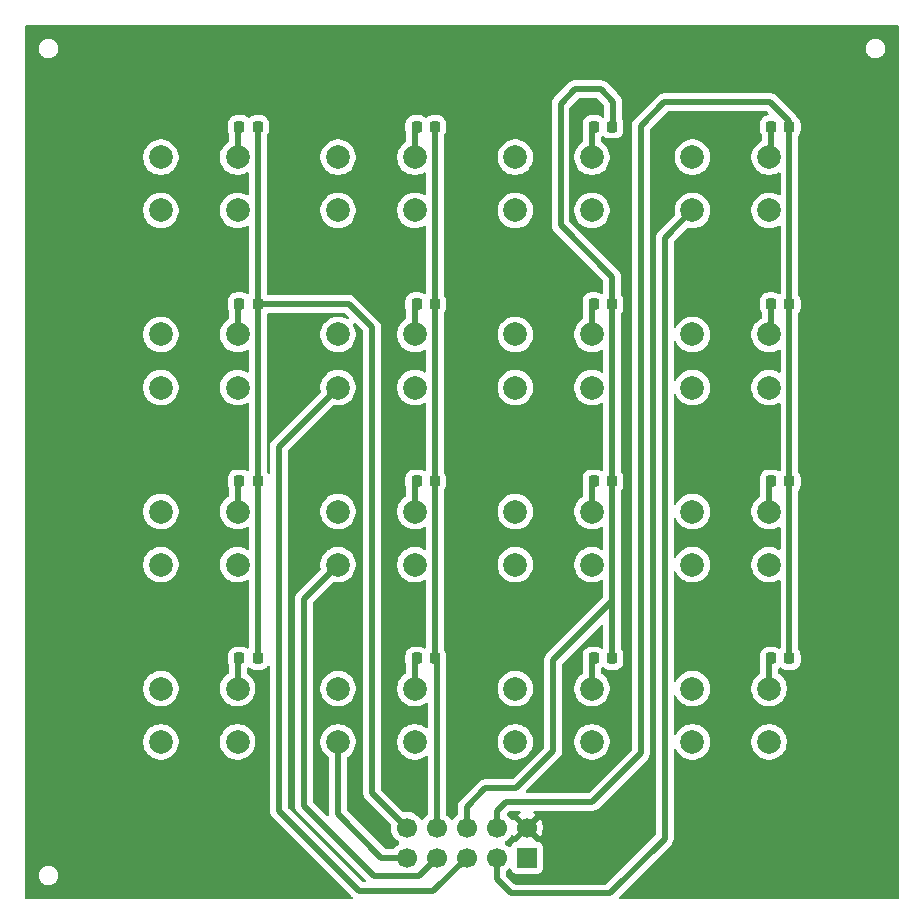
<source format=gbr>
%TF.GenerationSoftware,KiCad,Pcbnew,9.0.5*%
%TF.CreationDate,2025-12-24T11:27:01+01:00*%
%TF.ProjectId,lab0,6c616230-2e6b-4696-9361-645f70636258,rev?*%
%TF.SameCoordinates,Original*%
%TF.FileFunction,Copper,L2,Bot*%
%TF.FilePolarity,Positive*%
%FSLAX46Y46*%
G04 Gerber Fmt 4.6, Leading zero omitted, Abs format (unit mm)*
G04 Created by KiCad (PCBNEW 9.0.5) date 2025-12-24 11:27:01*
%MOMM*%
%LPD*%
G01*
G04 APERTURE LIST*
G04 Aperture macros list*
%AMRoundRect*
0 Rectangle with rounded corners*
0 $1 Rounding radius*
0 $2 $3 $4 $5 $6 $7 $8 $9 X,Y pos of 4 corners*
0 Add a 4 corners polygon primitive as box body*
4,1,4,$2,$3,$4,$5,$6,$7,$8,$9,$2,$3,0*
0 Add four circle primitives for the rounded corners*
1,1,$1+$1,$2,$3*
1,1,$1+$1,$4,$5*
1,1,$1+$1,$6,$7*
1,1,$1+$1,$8,$9*
0 Add four rect primitives between the rounded corners*
20,1,$1+$1,$2,$3,$4,$5,0*
20,1,$1+$1,$4,$5,$6,$7,0*
20,1,$1+$1,$6,$7,$8,$9,0*
20,1,$1+$1,$8,$9,$2,$3,0*%
G04 Aperture macros list end*
%TA.AperFunction,ComponentPad*%
%ADD10C,2.000000*%
%TD*%
%TA.AperFunction,ComponentPad*%
%ADD11C,1.700000*%
%TD*%
%TA.AperFunction,ComponentPad*%
%ADD12R,1.700000X1.700000*%
%TD*%
%TA.AperFunction,SMDPad,CuDef*%
%ADD13RoundRect,0.218750X0.218750X0.256250X-0.218750X0.256250X-0.218750X-0.256250X0.218750X-0.256250X0*%
%TD*%
%TA.AperFunction,ComponentPad*%
%ADD14C,0.800000*%
%TD*%
%TA.AperFunction,ComponentPad*%
%ADD15C,6.400000*%
%TD*%
%TA.AperFunction,ViaPad*%
%ADD16C,0.600000*%
%TD*%
%TA.AperFunction,Conductor*%
%ADD17C,0.500000*%
%TD*%
G04 APERTURE END LIST*
D10*
%TO.P,SW1,2,2*%
%TO.N,COL_1*%
X43510000Y-41190000D03*
X37010000Y-41190000D03*
%TO.P,SW1,1,1*%
%TO.N,Net-(D1-A)*%
X43510000Y-36690000D03*
X37010000Y-36690000D03*
%TD*%
%TO.P,SW2,2,2*%
%TO.N,COL_1*%
X58510000Y-41190000D03*
X52010000Y-41190000D03*
%TO.P,SW2,1,1*%
%TO.N,Net-(D2-A)*%
X58510000Y-36690000D03*
X52010000Y-36690000D03*
%TD*%
%TO.P,SW3,2,2*%
%TO.N,COL_1*%
X73510000Y-41190000D03*
X67010000Y-41190000D03*
%TO.P,SW3,1,1*%
%TO.N,Net-(D3-A)*%
X73510000Y-36690000D03*
X67010000Y-36690000D03*
%TD*%
%TO.P,SW4,2,2*%
%TO.N,COL_1*%
X88510000Y-41190000D03*
X82010000Y-41190000D03*
%TO.P,SW4,1,1*%
%TO.N,Net-(D4-A)*%
X88510000Y-36690000D03*
X82010000Y-36690000D03*
%TD*%
%TO.P,SW5,2,2*%
%TO.N,COL_2*%
X43510000Y-56190000D03*
X37010000Y-56190000D03*
%TO.P,SW5,1,1*%
%TO.N,Net-(D5-A)*%
X43510000Y-51690000D03*
X37010000Y-51690000D03*
%TD*%
%TO.P,SW6,2,2*%
%TO.N,COL_2*%
X58510000Y-56190000D03*
X52010000Y-56190000D03*
%TO.P,SW6,1,1*%
%TO.N,Net-(D6-A)*%
X58510000Y-51690000D03*
X52010000Y-51690000D03*
%TD*%
%TO.P,SW7,2,2*%
%TO.N,COL_2*%
X73510000Y-56190000D03*
X67010000Y-56190000D03*
%TO.P,SW7,1,1*%
%TO.N,Net-(D7-A)*%
X73510000Y-51690000D03*
X67010000Y-51690000D03*
%TD*%
%TO.P,SW8,2,2*%
%TO.N,COL_2*%
X88510000Y-56190000D03*
X82010000Y-56190000D03*
%TO.P,SW8,1,1*%
%TO.N,Net-(D8-A)*%
X88510000Y-51690000D03*
X82010000Y-51690000D03*
%TD*%
%TO.P,SW9,2,2*%
%TO.N,COL_3*%
X43510000Y-71190000D03*
X37010000Y-71190000D03*
%TO.P,SW9,1,1*%
%TO.N,Net-(D9-A)*%
X43510000Y-66690000D03*
X37010000Y-66690000D03*
%TD*%
%TO.P,SW10,2,2*%
%TO.N,COL_3*%
X58510000Y-71190000D03*
X52010000Y-71190000D03*
%TO.P,SW10,1,1*%
%TO.N,Net-(D10-A)*%
X58510000Y-66690000D03*
X52010000Y-66690000D03*
%TD*%
%TO.P,SW11,2,2*%
%TO.N,COL_3*%
X73510000Y-71190000D03*
X67010000Y-71190000D03*
%TO.P,SW11,1,1*%
%TO.N,Net-(D11-A)*%
X73510000Y-66690000D03*
X67010000Y-66690000D03*
%TD*%
%TO.P,SW12,2,2*%
%TO.N,COL_3*%
X88510000Y-71190000D03*
X82010000Y-71190000D03*
%TO.P,SW12,1,1*%
%TO.N,Net-(D12-A)*%
X88510000Y-66690000D03*
X82010000Y-66690000D03*
%TD*%
%TO.P,SW13,2,2*%
%TO.N,COL_4*%
X43510000Y-86190000D03*
X37010000Y-86190000D03*
%TO.P,SW13,1,1*%
%TO.N,Net-(D13-A)*%
X43510000Y-81690000D03*
X37010000Y-81690000D03*
%TD*%
%TO.P,SW14,2,2*%
%TO.N,COL_4*%
X58510000Y-86190000D03*
X52010000Y-86190000D03*
%TO.P,SW14,1,1*%
%TO.N,Net-(D14-A)*%
X58510000Y-81690000D03*
X52010000Y-81690000D03*
%TD*%
%TO.P,SW15,2,2*%
%TO.N,COL_4*%
X73510000Y-86190000D03*
X67010000Y-86190000D03*
%TO.P,SW15,1,1*%
%TO.N,Net-(D15-A)*%
X73510000Y-81690000D03*
X67010000Y-81690000D03*
%TD*%
%TO.P,SW16,2,2*%
%TO.N,COL_4*%
X88510000Y-86190000D03*
X82010000Y-86190000D03*
%TO.P,SW16,1,1*%
%TO.N,Net-(D16-A)*%
X88510000Y-81690000D03*
X82010000Y-81690000D03*
%TD*%
D11*
%TO.P,J1,5,Pin_5*%
%TO.N,COL_2*%
X62920000Y-96000000D03*
D12*
%TO.P,J1,1,Pin_1*%
%TO.N,VCC*%
X68000000Y-96000000D03*
D11*
%TO.P,J1,2,Pin_2*%
%TO.N,GND*%
X68000000Y-93460000D03*
%TO.P,J1,3,Pin_3*%
%TO.N,COL_1*%
X65460000Y-96000000D03*
%TO.P,J1,4,Pin_4*%
%TO.N,RAW_4*%
X65460000Y-93460000D03*
%TO.P,J1,6,Pin_6*%
%TO.N,RAW_3*%
X62920000Y-93460000D03*
%TO.P,J1,7,Pin_7*%
%TO.N,COL_3*%
X60380000Y-96000000D03*
%TO.P,J1,8,Pin_8*%
%TO.N,RAW_2*%
X60380000Y-93460000D03*
%TO.P,J1,9,Pin_9*%
%TO.N,COL_4*%
X57840000Y-96000000D03*
%TO.P,J1,10,Pin_10*%
%TO.N,RAW_1*%
X57840000Y-93460000D03*
%TD*%
D13*
%TO.P,D16,1,K*%
%TO.N,RAW_4*%
X90227500Y-79120000D03*
%TO.P,D16,2,A*%
%TO.N,Net-(D16-A)*%
X88652500Y-79120000D03*
%TD*%
%TO.P,D15,1,K*%
%TO.N,RAW_3*%
X75227500Y-79120000D03*
%TO.P,D15,2,A*%
%TO.N,Net-(D15-A)*%
X73652500Y-79120000D03*
%TD*%
%TO.P,D14,1,K*%
%TO.N,RAW_2*%
X60227500Y-79120000D03*
%TO.P,D14,2,A*%
%TO.N,Net-(D14-A)*%
X58652500Y-79120000D03*
%TD*%
%TO.P,D13,1,K*%
%TO.N,RAW_1*%
X45227500Y-79120000D03*
%TO.P,D13,2,A*%
%TO.N,Net-(D13-A)*%
X43652500Y-79120000D03*
%TD*%
%TO.P,D12,1,K*%
%TO.N,RAW_4*%
X90227500Y-64120000D03*
%TO.P,D12,2,A*%
%TO.N,Net-(D12-A)*%
X88652500Y-64120000D03*
%TD*%
%TO.P,D11,1,K*%
%TO.N,RAW_3*%
X75227500Y-64120000D03*
%TO.P,D11,2,A*%
%TO.N,Net-(D11-A)*%
X73652500Y-64120000D03*
%TD*%
%TO.P,D10,1,K*%
%TO.N,RAW_2*%
X60227500Y-64120000D03*
%TO.P,D10,2,A*%
%TO.N,Net-(D10-A)*%
X58652500Y-64120000D03*
%TD*%
%TO.P,D9,1,K*%
%TO.N,RAW_1*%
X45227500Y-64120000D03*
%TO.P,D9,2,A*%
%TO.N,Net-(D9-A)*%
X43652500Y-64120000D03*
%TD*%
%TO.P,D8,1,K*%
%TO.N,RAW_4*%
X90227500Y-49120000D03*
%TO.P,D8,2,A*%
%TO.N,Net-(D8-A)*%
X88652500Y-49120000D03*
%TD*%
%TO.P,D7,1,K*%
%TO.N,RAW_3*%
X75227500Y-49120000D03*
%TO.P,D7,2,A*%
%TO.N,Net-(D7-A)*%
X73652500Y-49120000D03*
%TD*%
%TO.P,D6,1,K*%
%TO.N,RAW_2*%
X60227500Y-49120000D03*
%TO.P,D6,2,A*%
%TO.N,Net-(D6-A)*%
X58652500Y-49120000D03*
%TD*%
%TO.P,D5,1,K*%
%TO.N,RAW_1*%
X45227500Y-49120000D03*
%TO.P,D5,2,A*%
%TO.N,Net-(D5-A)*%
X43652500Y-49120000D03*
%TD*%
%TO.P,D4,1,K*%
%TO.N,RAW_4*%
X90227500Y-34120000D03*
%TO.P,D4,2,A*%
%TO.N,Net-(D4-A)*%
X88652500Y-34120000D03*
%TD*%
%TO.P,D3,1,K*%
%TO.N,RAW_3*%
X75227500Y-34120000D03*
%TO.P,D3,2,A*%
%TO.N,Net-(D3-A)*%
X73652500Y-34120000D03*
%TD*%
%TO.P,D2,1,K*%
%TO.N,RAW_2*%
X60227500Y-34120000D03*
%TO.P,D2,2,A*%
%TO.N,Net-(D2-A)*%
X58652500Y-34120000D03*
%TD*%
%TO.P,D1,1,K*%
%TO.N,RAW_1*%
X45227500Y-34120000D03*
%TO.P,D1,2,A*%
%TO.N,Net-(D1-A)*%
X43652500Y-34120000D03*
%TD*%
D14*
%TO.P,H1,1,1*%
%TO.N,GND*%
X28850000Y-31250000D03*
X29552944Y-29552944D03*
X29552944Y-32947056D03*
X31250000Y-28850000D03*
D15*
X31250000Y-31250000D03*
D14*
X31250000Y-33650000D03*
X32947056Y-29552944D03*
X32947056Y-32947056D03*
X33650000Y-31250000D03*
%TD*%
%TO.P,H4,1,1*%
%TO.N,GND*%
X91350000Y-93750000D03*
X92052944Y-92052944D03*
X92052944Y-95447056D03*
X93750000Y-91350000D03*
D15*
X93750000Y-93750000D03*
D14*
X93750000Y-96150000D03*
X95447056Y-92052944D03*
X95447056Y-95447056D03*
X96150000Y-93750000D03*
%TD*%
%TO.P,H3,1,1*%
%TO.N,GND*%
X28850000Y-93750000D03*
X29552944Y-92052944D03*
X29552944Y-95447056D03*
X31250000Y-91350000D03*
D15*
X31250000Y-93750000D03*
D14*
X31250000Y-96150000D03*
X32947056Y-92052944D03*
X32947056Y-95447056D03*
X33650000Y-93750000D03*
%TD*%
%TO.P,H2,1,1*%
%TO.N,GND*%
X91350000Y-31250000D03*
X92052944Y-29552944D03*
X92052944Y-32947056D03*
X93750000Y-28850000D03*
D15*
X93750000Y-31250000D03*
D14*
X93750000Y-33650000D03*
X95447056Y-29552944D03*
X95447056Y-32947056D03*
X96150000Y-31250000D03*
%TD*%
D16*
%TO.N,GND*%
X51870000Y-77170000D03*
X50510000Y-61990000D03*
X47910000Y-52630000D03*
%TD*%
D17*
%TO.N,RAW_4*%
X65460000Y-93460000D02*
X65460000Y-92070000D01*
X65460000Y-92070000D02*
X66260000Y-91270000D01*
X66260000Y-91270000D02*
X73510000Y-91270000D01*
X73510000Y-91270000D02*
X77650000Y-87130000D01*
X90227500Y-33647500D02*
X90227500Y-34120000D01*
X77650000Y-87130000D02*
X77650000Y-34020000D01*
X77650000Y-34020000D02*
X79640000Y-32030000D01*
X79640000Y-32030000D02*
X88610000Y-32030000D01*
X88610000Y-32030000D02*
X90227500Y-33647500D01*
%TO.N,COL_1*%
X65460000Y-96000000D02*
X65460000Y-97820000D01*
X65460000Y-97820000D02*
X66670000Y-99030000D01*
X66670000Y-99030000D02*
X75010000Y-99030000D01*
X75010000Y-99030000D02*
X79660000Y-94380000D01*
X79660000Y-94380000D02*
X79660000Y-43540000D01*
X79660000Y-43540000D02*
X82010000Y-41190000D01*
%TO.N,RAW_4*%
X90227500Y-79120000D02*
X90227500Y-64120000D01*
X90227500Y-64120000D02*
X90227500Y-49120000D01*
X90227500Y-34120000D02*
X90227500Y-49120000D01*
%TO.N,RAW_3*%
X62920000Y-91680000D02*
X64490000Y-90110000D01*
X67100000Y-90110000D02*
X70230000Y-86980000D01*
X64490000Y-90110000D02*
X67100000Y-90110000D01*
X62920000Y-93460000D02*
X62920000Y-91680000D01*
X70230000Y-86980000D02*
X70230000Y-79267500D01*
X70230000Y-79267500D02*
X75227500Y-74270000D01*
X75227500Y-75722500D02*
X75227500Y-64120000D01*
X75300000Y-31980000D02*
X74260000Y-30940000D01*
X74260000Y-30940000D02*
X72070000Y-30940000D01*
X72070000Y-30940000D02*
X70850000Y-32160000D01*
X75300000Y-34047500D02*
X75300000Y-31980000D01*
X75227500Y-34120000D02*
X75300000Y-34047500D01*
X70850000Y-32160000D02*
X70850000Y-42440000D01*
X70850000Y-42440000D02*
X75227500Y-46817500D01*
X75227500Y-46817500D02*
X75227500Y-49120000D01*
X75227500Y-49120000D02*
X75227500Y-64120000D01*
X75227500Y-79120000D02*
X75227500Y-75722500D01*
%TO.N,RAW_2*%
X60380000Y-93460000D02*
X60380000Y-79272500D01*
X60380000Y-79272500D02*
X60227500Y-79120000D01*
X60227500Y-79120000D02*
X60227500Y-64120000D01*
X60227500Y-64120000D02*
X60227500Y-49120000D01*
X60227500Y-34120000D02*
X60227500Y-49120000D01*
%TO.N,RAW_1*%
X57840000Y-93460000D02*
X54890000Y-90510000D01*
X54890000Y-90510000D02*
X54890000Y-51100000D01*
X52910000Y-49120000D02*
X45227500Y-49120000D01*
X54890000Y-51100000D02*
X52910000Y-49120000D01*
X45227500Y-49120000D02*
X45227500Y-34120000D01*
X45227500Y-49120000D02*
X45227500Y-64120000D01*
X45227500Y-79120000D02*
X45227500Y-64120000D01*
%TO.N,Net-(D13-A)*%
X43510000Y-81690000D02*
X43510000Y-79262500D01*
X43510000Y-79262500D02*
X43652500Y-79120000D01*
%TO.N,Net-(D14-A)*%
X58510000Y-81690000D02*
X58510000Y-79262500D01*
X58510000Y-79262500D02*
X58652500Y-79120000D01*
%TO.N,Net-(D15-A)*%
X73510000Y-81690000D02*
X73510000Y-79262500D01*
X73510000Y-79262500D02*
X73652500Y-79120000D01*
%TO.N,Net-(D16-A)*%
X88510000Y-81690000D02*
X88510000Y-79262500D01*
X88510000Y-79262500D02*
X88652500Y-79120000D01*
%TO.N,Net-(D12-A)*%
X88510000Y-66690000D02*
X88510000Y-64262500D01*
X88510000Y-64262500D02*
X88652500Y-64120000D01*
%TO.N,Net-(D11-A)*%
X73510000Y-66690000D02*
X73510000Y-64262500D01*
X73510000Y-64262500D02*
X73652500Y-64120000D01*
%TO.N,Net-(D10-A)*%
X58510000Y-66690000D02*
X58510000Y-64262500D01*
X58510000Y-64262500D02*
X58652500Y-64120000D01*
%TO.N,Net-(D9-A)*%
X43510000Y-66690000D02*
X43510000Y-64262500D01*
X43510000Y-64262500D02*
X43652500Y-64120000D01*
%TO.N,Net-(D6-A)*%
X58510000Y-51690000D02*
X58510000Y-49262500D01*
X58510000Y-49262500D02*
X58652500Y-49120000D01*
%TO.N,Net-(D5-A)*%
X43510000Y-51690000D02*
X43510000Y-49262500D01*
X43510000Y-49262500D02*
X43652500Y-49120000D01*
%TO.N,Net-(D1-A)*%
X43510000Y-36690000D02*
X43510000Y-34262500D01*
X43510000Y-34262500D02*
X43652500Y-34120000D01*
%TO.N,Net-(D2-A)*%
X58510000Y-36690000D02*
X58510000Y-34262500D01*
X58510000Y-34262500D02*
X58652500Y-34120000D01*
%TO.N,Net-(D3-A)*%
X73510000Y-36690000D02*
X73510000Y-34262500D01*
X73510000Y-34262500D02*
X73652500Y-34120000D01*
%TO.N,Net-(D7-A)*%
X73510000Y-51690000D02*
X73510000Y-49262500D01*
X73510000Y-49262500D02*
X73652500Y-49120000D01*
%TO.N,Net-(D8-A)*%
X88652500Y-49120000D02*
X88652500Y-51547500D01*
X88652500Y-51547500D02*
X88510000Y-51690000D01*
%TO.N,Net-(D4-A)*%
X88652500Y-34120000D02*
X88652500Y-36547500D01*
X88652500Y-36547500D02*
X88510000Y-36690000D01*
%TO.N,COL_2*%
X62920000Y-96000000D02*
X60090000Y-98830000D01*
X47010000Y-61190000D02*
X52010000Y-56190000D01*
X60090000Y-98830000D02*
X53810000Y-98830000D01*
X53810000Y-98830000D02*
X47010000Y-92030000D01*
X47010000Y-92030000D02*
X47010000Y-61190000D01*
%TO.N,COL_3*%
X60380000Y-96000000D02*
X58830000Y-97550000D01*
X49120000Y-91580000D02*
X49120000Y-74080000D01*
X58830000Y-97550000D02*
X55090000Y-97550000D01*
X49120000Y-74080000D02*
X52010000Y-71190000D01*
X55090000Y-97550000D02*
X49120000Y-91580000D01*
%TO.N,COL_4*%
X52010000Y-86190000D02*
X52010000Y-92340000D01*
X55670000Y-96000000D02*
X57840000Y-96000000D01*
X52010000Y-92340000D02*
X55670000Y-96000000D01*
%TD*%
%TA.AperFunction,Conductor*%
%TO.N,GND*%
G36*
X99442539Y-25520185D02*
G01*
X99488294Y-25572989D01*
X99499500Y-25624500D01*
X99499500Y-99375500D01*
X99479815Y-99442539D01*
X99427011Y-99488294D01*
X99375500Y-99499500D01*
X75901230Y-99499500D01*
X75834191Y-99479815D01*
X75788436Y-99427011D01*
X75778492Y-99357853D01*
X75807517Y-99294297D01*
X75813549Y-99287819D01*
X80242948Y-94858420D01*
X80242952Y-94858416D01*
X80316430Y-94748446D01*
X80316432Y-94748444D01*
X80325081Y-94735499D01*
X80325084Y-94735495D01*
X80381658Y-94598913D01*
X80410500Y-94453918D01*
X80410500Y-86872437D01*
X80430185Y-86805398D01*
X80482989Y-86759643D01*
X80552147Y-86749699D01*
X80615703Y-86778724D01*
X80644984Y-86816140D01*
X80726657Y-86976433D01*
X80865483Y-87167510D01*
X81032490Y-87334517D01*
X81223567Y-87473343D01*
X81310511Y-87517643D01*
X81434003Y-87580566D01*
X81434005Y-87580566D01*
X81434008Y-87580568D01*
X81554412Y-87619689D01*
X81658631Y-87653553D01*
X81891903Y-87690500D01*
X81891908Y-87690500D01*
X82128097Y-87690500D01*
X82361368Y-87653553D01*
X82585992Y-87580568D01*
X82796433Y-87473343D01*
X82987510Y-87334517D01*
X83154517Y-87167510D01*
X83293343Y-86976433D01*
X83400568Y-86765992D01*
X83473553Y-86541368D01*
X83510500Y-86308097D01*
X83510500Y-86071902D01*
X87009500Y-86071902D01*
X87009500Y-86308097D01*
X87046446Y-86541368D01*
X87119433Y-86765996D01*
X87173668Y-86872437D01*
X87226657Y-86976433D01*
X87365483Y-87167510D01*
X87532490Y-87334517D01*
X87723567Y-87473343D01*
X87810511Y-87517643D01*
X87934003Y-87580566D01*
X87934005Y-87580566D01*
X87934008Y-87580568D01*
X88054412Y-87619689D01*
X88158631Y-87653553D01*
X88391903Y-87690500D01*
X88391908Y-87690500D01*
X88628097Y-87690500D01*
X88861368Y-87653553D01*
X89085992Y-87580568D01*
X89296433Y-87473343D01*
X89487510Y-87334517D01*
X89654517Y-87167510D01*
X89793343Y-86976433D01*
X89900568Y-86765992D01*
X89973553Y-86541368D01*
X90010500Y-86308097D01*
X90010500Y-86071902D01*
X89973553Y-85838631D01*
X89939689Y-85734412D01*
X89900568Y-85614008D01*
X89900566Y-85614005D01*
X89900566Y-85614003D01*
X89793342Y-85403566D01*
X89654517Y-85212490D01*
X89487510Y-85045483D01*
X89296433Y-84906657D01*
X89293732Y-84905281D01*
X89085996Y-84799433D01*
X88861368Y-84726446D01*
X88628097Y-84689500D01*
X88628092Y-84689500D01*
X88391908Y-84689500D01*
X88391903Y-84689500D01*
X88158631Y-84726446D01*
X87934003Y-84799433D01*
X87723566Y-84906657D01*
X87633190Y-84972320D01*
X87532490Y-85045483D01*
X87532488Y-85045485D01*
X87532487Y-85045485D01*
X87365485Y-85212487D01*
X87365485Y-85212488D01*
X87365483Y-85212490D01*
X87305862Y-85294550D01*
X87226657Y-85403566D01*
X87119433Y-85614003D01*
X87046446Y-85838631D01*
X87009500Y-86071902D01*
X83510500Y-86071902D01*
X83473553Y-85838631D01*
X83439689Y-85734412D01*
X83400568Y-85614008D01*
X83400566Y-85614005D01*
X83400566Y-85614003D01*
X83293342Y-85403566D01*
X83154517Y-85212490D01*
X82987510Y-85045483D01*
X82796433Y-84906657D01*
X82793732Y-84905281D01*
X82585996Y-84799433D01*
X82361368Y-84726446D01*
X82128097Y-84689500D01*
X82128092Y-84689500D01*
X81891908Y-84689500D01*
X81891903Y-84689500D01*
X81658631Y-84726446D01*
X81434003Y-84799433D01*
X81223566Y-84906657D01*
X81133190Y-84972320D01*
X81032490Y-85045483D01*
X81032488Y-85045485D01*
X81032487Y-85045485D01*
X80865485Y-85212487D01*
X80865485Y-85212488D01*
X80865483Y-85212490D01*
X80805862Y-85294550D01*
X80726657Y-85403566D01*
X80644985Y-85563857D01*
X80597010Y-85614653D01*
X80529189Y-85631448D01*
X80463054Y-85608911D01*
X80419603Y-85554195D01*
X80410500Y-85507562D01*
X80410500Y-82372437D01*
X80430185Y-82305398D01*
X80482989Y-82259643D01*
X80552147Y-82249699D01*
X80615703Y-82278724D01*
X80644984Y-82316140D01*
X80726657Y-82476433D01*
X80865483Y-82667510D01*
X81032490Y-82834517D01*
X81223567Y-82973343D01*
X81322991Y-83024002D01*
X81434003Y-83080566D01*
X81434005Y-83080566D01*
X81434008Y-83080568D01*
X81554412Y-83119689D01*
X81658631Y-83153553D01*
X81891903Y-83190500D01*
X81891908Y-83190500D01*
X82128097Y-83190500D01*
X82361368Y-83153553D01*
X82585992Y-83080568D01*
X82796433Y-82973343D01*
X82987510Y-82834517D01*
X83154517Y-82667510D01*
X83293343Y-82476433D01*
X83400568Y-82265992D01*
X83473553Y-82041368D01*
X83510500Y-81808097D01*
X83510500Y-81571902D01*
X83473553Y-81338631D01*
X83439689Y-81234412D01*
X83400568Y-81114008D01*
X83400566Y-81114005D01*
X83400566Y-81114003D01*
X83293342Y-80903566D01*
X83154517Y-80712490D01*
X82987510Y-80545483D01*
X82796433Y-80406657D01*
X82752765Y-80384407D01*
X82585996Y-80299433D01*
X82361368Y-80226446D01*
X82128097Y-80189500D01*
X82128092Y-80189500D01*
X81891908Y-80189500D01*
X81891903Y-80189500D01*
X81658631Y-80226446D01*
X81434003Y-80299433D01*
X81223566Y-80406657D01*
X81133190Y-80472320D01*
X81032490Y-80545483D01*
X81032488Y-80545485D01*
X81032487Y-80545485D01*
X80865485Y-80712487D01*
X80865485Y-80712488D01*
X80865483Y-80712490D01*
X80805862Y-80794550D01*
X80726657Y-80903566D01*
X80644985Y-81063857D01*
X80597010Y-81114653D01*
X80529189Y-81131448D01*
X80463054Y-81108911D01*
X80419603Y-81054195D01*
X80410500Y-81007562D01*
X80410500Y-71872437D01*
X80430185Y-71805398D01*
X80482989Y-71759643D01*
X80552147Y-71749699D01*
X80615703Y-71778724D01*
X80644984Y-71816140D01*
X80726657Y-71976433D01*
X80865483Y-72167510D01*
X81032490Y-72334517D01*
X81223567Y-72473343D01*
X81322991Y-72524002D01*
X81434003Y-72580566D01*
X81434005Y-72580566D01*
X81434008Y-72580568D01*
X81554412Y-72619689D01*
X81658631Y-72653553D01*
X81891903Y-72690500D01*
X81891908Y-72690500D01*
X82128097Y-72690500D01*
X82361368Y-72653553D01*
X82399725Y-72641090D01*
X82585992Y-72580568D01*
X82796433Y-72473343D01*
X82987510Y-72334517D01*
X83154517Y-72167510D01*
X83293343Y-71976433D01*
X83400568Y-71765992D01*
X83473553Y-71541368D01*
X83476489Y-71522833D01*
X83510500Y-71308097D01*
X83510500Y-71071902D01*
X83473553Y-70838631D01*
X83439689Y-70734412D01*
X83400568Y-70614008D01*
X83400566Y-70614005D01*
X83400566Y-70614003D01*
X83293342Y-70403566D01*
X83154517Y-70212490D01*
X82987510Y-70045483D01*
X82796433Y-69906657D01*
X82585996Y-69799433D01*
X82361368Y-69726446D01*
X82128097Y-69689500D01*
X82128092Y-69689500D01*
X81891908Y-69689500D01*
X81891903Y-69689500D01*
X81658631Y-69726446D01*
X81434003Y-69799433D01*
X81223566Y-69906657D01*
X81114550Y-69985862D01*
X81032490Y-70045483D01*
X81032488Y-70045485D01*
X81032487Y-70045485D01*
X80865485Y-70212487D01*
X80865485Y-70212488D01*
X80865483Y-70212490D01*
X80805862Y-70294550D01*
X80726657Y-70403566D01*
X80644985Y-70563857D01*
X80597010Y-70614653D01*
X80529189Y-70631448D01*
X80463054Y-70608911D01*
X80419603Y-70554195D01*
X80410500Y-70507562D01*
X80410500Y-67372437D01*
X80430185Y-67305398D01*
X80482989Y-67259643D01*
X80552147Y-67249699D01*
X80615703Y-67278724D01*
X80644984Y-67316140D01*
X80726657Y-67476433D01*
X80865483Y-67667510D01*
X81032490Y-67834517D01*
X81223567Y-67973343D01*
X81322991Y-68024002D01*
X81434003Y-68080566D01*
X81434005Y-68080566D01*
X81434008Y-68080568D01*
X81554412Y-68119689D01*
X81658631Y-68153553D01*
X81891903Y-68190500D01*
X81891908Y-68190500D01*
X82128097Y-68190500D01*
X82361368Y-68153553D01*
X82585992Y-68080568D01*
X82796433Y-67973343D01*
X82987510Y-67834517D01*
X83154517Y-67667510D01*
X83293343Y-67476433D01*
X83400568Y-67265992D01*
X83473553Y-67041368D01*
X83510500Y-66808097D01*
X83510500Y-66571902D01*
X83473553Y-66338631D01*
X83439689Y-66234412D01*
X83400568Y-66114008D01*
X83400566Y-66114005D01*
X83400566Y-66114003D01*
X83293342Y-65903566D01*
X83154517Y-65712490D01*
X82987510Y-65545483D01*
X82796433Y-65406657D01*
X82752765Y-65384407D01*
X82585996Y-65299433D01*
X82361368Y-65226446D01*
X82128097Y-65189500D01*
X82128092Y-65189500D01*
X81891908Y-65189500D01*
X81891903Y-65189500D01*
X81658631Y-65226446D01*
X81434003Y-65299433D01*
X81223566Y-65406657D01*
X81114550Y-65485862D01*
X81032490Y-65545483D01*
X81032488Y-65545485D01*
X81032487Y-65545485D01*
X80865485Y-65712487D01*
X80865485Y-65712488D01*
X80865483Y-65712490D01*
X80805862Y-65794550D01*
X80726657Y-65903566D01*
X80644985Y-66063857D01*
X80597010Y-66114653D01*
X80529189Y-66131448D01*
X80463054Y-66108911D01*
X80419603Y-66054195D01*
X80410500Y-66007562D01*
X80410500Y-56872437D01*
X80430185Y-56805398D01*
X80482989Y-56759643D01*
X80552147Y-56749699D01*
X80615703Y-56778724D01*
X80644984Y-56816140D01*
X80726657Y-56976433D01*
X80865483Y-57167510D01*
X81032490Y-57334517D01*
X81223567Y-57473343D01*
X81322991Y-57524002D01*
X81434003Y-57580566D01*
X81434005Y-57580566D01*
X81434008Y-57580568D01*
X81554412Y-57619689D01*
X81658631Y-57653553D01*
X81891903Y-57690500D01*
X81891908Y-57690500D01*
X82128097Y-57690500D01*
X82361368Y-57653553D01*
X82399725Y-57641090D01*
X82585992Y-57580568D01*
X82796433Y-57473343D01*
X82987510Y-57334517D01*
X83154517Y-57167510D01*
X83293343Y-56976433D01*
X83400568Y-56765992D01*
X83473553Y-56541368D01*
X83476489Y-56522832D01*
X83510500Y-56308097D01*
X83510500Y-56071902D01*
X83473553Y-55838631D01*
X83439689Y-55734412D01*
X83400568Y-55614008D01*
X83400566Y-55614005D01*
X83400566Y-55614003D01*
X83293342Y-55403566D01*
X83154517Y-55212490D01*
X82987510Y-55045483D01*
X82796433Y-54906657D01*
X82585996Y-54799433D01*
X82361368Y-54726446D01*
X82128097Y-54689500D01*
X82128092Y-54689500D01*
X81891908Y-54689500D01*
X81891903Y-54689500D01*
X81658631Y-54726446D01*
X81434003Y-54799433D01*
X81223566Y-54906657D01*
X81114550Y-54985862D01*
X81032490Y-55045483D01*
X81032488Y-55045485D01*
X81032487Y-55045485D01*
X80865485Y-55212487D01*
X80865485Y-55212488D01*
X80865483Y-55212490D01*
X80805862Y-55294550D01*
X80726657Y-55403566D01*
X80644985Y-55563857D01*
X80597010Y-55614653D01*
X80529189Y-55631448D01*
X80463054Y-55608911D01*
X80419603Y-55554195D01*
X80410500Y-55507562D01*
X80410500Y-52372437D01*
X80430185Y-52305398D01*
X80482989Y-52259643D01*
X80552147Y-52249699D01*
X80615703Y-52278724D01*
X80644984Y-52316140D01*
X80726657Y-52476433D01*
X80865483Y-52667510D01*
X81032490Y-52834517D01*
X81223567Y-52973343D01*
X81322991Y-53024002D01*
X81434003Y-53080566D01*
X81434005Y-53080566D01*
X81434008Y-53080568D01*
X81554412Y-53119689D01*
X81658631Y-53153553D01*
X81891903Y-53190500D01*
X81891908Y-53190500D01*
X82128097Y-53190500D01*
X82361368Y-53153553D01*
X82585992Y-53080568D01*
X82796433Y-52973343D01*
X82987510Y-52834517D01*
X83154517Y-52667510D01*
X83293343Y-52476433D01*
X83400568Y-52265992D01*
X83473553Y-52041368D01*
X83510500Y-51808097D01*
X83510500Y-51571902D01*
X83473553Y-51338631D01*
X83439689Y-51234412D01*
X83400568Y-51114008D01*
X83400566Y-51114005D01*
X83400566Y-51114003D01*
X83293342Y-50903566D01*
X83154517Y-50712490D01*
X82987510Y-50545483D01*
X82796433Y-50406657D01*
X82752765Y-50384407D01*
X82585996Y-50299433D01*
X82361368Y-50226446D01*
X82128097Y-50189500D01*
X82128092Y-50189500D01*
X81891908Y-50189500D01*
X81891903Y-50189500D01*
X81658631Y-50226446D01*
X81434003Y-50299433D01*
X81223566Y-50406657D01*
X81117001Y-50484082D01*
X81032490Y-50545483D01*
X81032488Y-50545485D01*
X81032487Y-50545485D01*
X80865485Y-50712487D01*
X80865485Y-50712488D01*
X80865483Y-50712490D01*
X80842220Y-50744509D01*
X80726657Y-50903566D01*
X80644985Y-51063857D01*
X80597010Y-51114653D01*
X80529189Y-51131448D01*
X80463054Y-51108911D01*
X80419603Y-51054195D01*
X80410500Y-51007562D01*
X80410500Y-43902229D01*
X80430185Y-43835190D01*
X80446814Y-43814552D01*
X81570088Y-42691278D01*
X81631409Y-42657795D01*
X81677163Y-42656488D01*
X81738398Y-42666186D01*
X81891903Y-42690500D01*
X81891908Y-42690500D01*
X82128097Y-42690500D01*
X82361368Y-42653553D01*
X82399725Y-42641090D01*
X82585992Y-42580568D01*
X82796433Y-42473343D01*
X82987510Y-42334517D01*
X83154517Y-42167510D01*
X83293343Y-41976433D01*
X83400568Y-41765992D01*
X83473553Y-41541368D01*
X83476489Y-41522832D01*
X83510500Y-41308097D01*
X83510500Y-41071902D01*
X83473553Y-40838631D01*
X83400566Y-40614003D01*
X83293342Y-40403566D01*
X83154517Y-40212490D01*
X82987510Y-40045483D01*
X82796433Y-39906657D01*
X82585996Y-39799433D01*
X82361368Y-39726446D01*
X82128097Y-39689500D01*
X82128092Y-39689500D01*
X81891908Y-39689500D01*
X81891903Y-39689500D01*
X81658631Y-39726446D01*
X81434003Y-39799433D01*
X81223566Y-39906657D01*
X81114550Y-39985862D01*
X81032490Y-40045483D01*
X81032488Y-40045485D01*
X81032487Y-40045485D01*
X80865485Y-40212487D01*
X80865485Y-40212488D01*
X80865483Y-40212490D01*
X80805862Y-40294550D01*
X80726657Y-40403566D01*
X80619433Y-40614003D01*
X80546446Y-40838631D01*
X80509500Y-41071902D01*
X80509500Y-41308097D01*
X80543511Y-41522832D01*
X80534557Y-41592125D01*
X80508719Y-41629911D01*
X79077047Y-43061584D01*
X79077045Y-43061586D01*
X79056271Y-43092678D01*
X79047983Y-43105084D01*
X79021358Y-43144930D01*
X78994914Y-43184507D01*
X78938343Y-43321082D01*
X78938340Y-43321092D01*
X78909500Y-43466079D01*
X78909500Y-94017770D01*
X78889815Y-94084809D01*
X78873181Y-94105451D01*
X74735451Y-98243181D01*
X74674128Y-98276666D01*
X74647770Y-98279500D01*
X67032229Y-98279500D01*
X66965190Y-98259815D01*
X66944548Y-98243181D01*
X66246819Y-97545451D01*
X66213334Y-97484128D01*
X66210500Y-97457770D01*
X66210500Y-97187220D01*
X66230185Y-97120181D01*
X66261614Y-97086902D01*
X66339792Y-97030104D01*
X66453329Y-96916566D01*
X66514648Y-96883084D01*
X66584340Y-96888068D01*
X66640274Y-96929939D01*
X66657189Y-96960917D01*
X66706202Y-97092328D01*
X66706206Y-97092335D01*
X66792452Y-97207544D01*
X66792455Y-97207547D01*
X66907664Y-97293793D01*
X66907671Y-97293797D01*
X67042517Y-97344091D01*
X67042516Y-97344091D01*
X67046144Y-97344481D01*
X67102127Y-97350500D01*
X68897872Y-97350499D01*
X68957483Y-97344091D01*
X69092331Y-97293796D01*
X69207546Y-97207546D01*
X69293796Y-97092331D01*
X69344091Y-96957483D01*
X69350500Y-96897873D01*
X69350499Y-95102128D01*
X69344091Y-95042517D01*
X69342810Y-95039083D01*
X69293797Y-94907671D01*
X69293793Y-94907664D01*
X69207547Y-94792455D01*
X69207544Y-94792452D01*
X69092335Y-94706206D01*
X69092328Y-94706202D01*
X68957482Y-94655908D01*
X68957483Y-94655908D01*
X68897883Y-94649501D01*
X68897881Y-94649500D01*
X68897873Y-94649500D01*
X68897865Y-94649500D01*
X68887309Y-94649500D01*
X68820270Y-94629815D01*
X68799628Y-94613181D01*
X68129408Y-93942962D01*
X68192993Y-93925925D01*
X68307007Y-93860099D01*
X68400099Y-93767007D01*
X68465925Y-93652993D01*
X68482962Y-93589409D01*
X69115270Y-94221717D01*
X69115270Y-94221716D01*
X69154622Y-94167554D01*
X69251095Y-93978217D01*
X69316757Y-93776130D01*
X69316757Y-93776127D01*
X69350000Y-93566246D01*
X69350000Y-93353753D01*
X69316757Y-93143872D01*
X69316757Y-93143869D01*
X69251095Y-92941782D01*
X69154624Y-92752449D01*
X69115270Y-92698282D01*
X69115269Y-92698282D01*
X68482962Y-93330590D01*
X68465925Y-93267007D01*
X68400099Y-93152993D01*
X68307007Y-93059901D01*
X68192993Y-92994075D01*
X68129409Y-92977037D01*
X68761716Y-92344728D01*
X68707550Y-92305375D01*
X68608655Y-92254985D01*
X68557859Y-92207010D01*
X68541064Y-92139189D01*
X68563602Y-92073054D01*
X68618317Y-92029603D01*
X68664950Y-92020500D01*
X73583920Y-92020500D01*
X73681462Y-92001096D01*
X73728913Y-91991658D01*
X73865495Y-91935084D01*
X73919630Y-91898912D01*
X73988416Y-91852952D01*
X78232951Y-87608416D01*
X78315084Y-87485495D01*
X78371658Y-87348913D01*
X78400500Y-87203918D01*
X78400500Y-87056083D01*
X78400500Y-36571902D01*
X80509500Y-36571902D01*
X80509500Y-36808097D01*
X80546446Y-37041368D01*
X80619433Y-37265996D01*
X80726657Y-37476433D01*
X80865483Y-37667510D01*
X81032490Y-37834517D01*
X81223567Y-37973343D01*
X81322991Y-38024002D01*
X81434003Y-38080566D01*
X81434005Y-38080566D01*
X81434008Y-38080568D01*
X81554412Y-38119689D01*
X81658631Y-38153553D01*
X81891903Y-38190500D01*
X81891908Y-38190500D01*
X82128097Y-38190500D01*
X82361368Y-38153553D01*
X82585992Y-38080568D01*
X82796433Y-37973343D01*
X82987510Y-37834517D01*
X83154517Y-37667510D01*
X83293343Y-37476433D01*
X83400568Y-37265992D01*
X83473553Y-37041368D01*
X83510500Y-36808097D01*
X83510500Y-36571902D01*
X83473553Y-36338631D01*
X83400566Y-36114003D01*
X83293342Y-35903566D01*
X83154517Y-35712490D01*
X82987510Y-35545483D01*
X82796433Y-35406657D01*
X82752765Y-35384407D01*
X82585996Y-35299433D01*
X82361368Y-35226446D01*
X82128097Y-35189500D01*
X82128092Y-35189500D01*
X81891908Y-35189500D01*
X81891903Y-35189500D01*
X81658631Y-35226446D01*
X81434003Y-35299433D01*
X81223566Y-35406657D01*
X81117001Y-35484082D01*
X81032490Y-35545483D01*
X81032488Y-35545485D01*
X81032487Y-35545485D01*
X80865485Y-35712487D01*
X80865485Y-35712488D01*
X80865483Y-35712490D01*
X80805862Y-35794550D01*
X80726657Y-35903566D01*
X80619433Y-36114003D01*
X80546446Y-36338631D01*
X80509500Y-36571902D01*
X78400500Y-36571902D01*
X78400500Y-34382230D01*
X78420185Y-34315191D01*
X78436819Y-34294549D01*
X79914549Y-32816819D01*
X79975872Y-32783334D01*
X80002230Y-32780500D01*
X88247770Y-32780500D01*
X88277210Y-32789144D01*
X88307197Y-32795668D01*
X88312212Y-32799422D01*
X88314809Y-32800185D01*
X88335451Y-32816819D01*
X88452909Y-32934277D01*
X88486394Y-32995600D01*
X88481410Y-33065292D01*
X88439538Y-33121225D01*
X88377831Y-33145316D01*
X88287317Y-33154563D01*
X88287316Y-33154563D01*
X88287315Y-33154564D01*
X88243497Y-33169084D01*
X88127715Y-33207450D01*
X88127704Y-33207455D01*
X87984612Y-33295716D01*
X87984608Y-33295719D01*
X87865719Y-33414608D01*
X87865716Y-33414612D01*
X87777455Y-33557704D01*
X87777451Y-33557713D01*
X87724564Y-33717315D01*
X87724564Y-33717316D01*
X87724563Y-33717316D01*
X87714500Y-33815818D01*
X87714500Y-34424181D01*
X87724563Y-34522683D01*
X87777450Y-34682284D01*
X87777455Y-34682295D01*
X87865716Y-34825387D01*
X87870197Y-34831054D01*
X87869217Y-34831828D01*
X87899166Y-34886676D01*
X87902000Y-34913034D01*
X87902000Y-35239752D01*
X87882315Y-35306791D01*
X87834296Y-35350236D01*
X87723569Y-35406655D01*
X87628028Y-35476070D01*
X87532490Y-35545483D01*
X87532488Y-35545485D01*
X87532487Y-35545485D01*
X87365485Y-35712487D01*
X87365485Y-35712488D01*
X87365483Y-35712490D01*
X87305862Y-35794550D01*
X87226657Y-35903566D01*
X87119433Y-36114003D01*
X87046446Y-36338631D01*
X87009500Y-36571902D01*
X87009500Y-36808097D01*
X87046446Y-37041368D01*
X87119433Y-37265996D01*
X87226657Y-37476433D01*
X87365483Y-37667510D01*
X87532490Y-37834517D01*
X87723567Y-37973343D01*
X87822991Y-38024002D01*
X87934003Y-38080566D01*
X87934005Y-38080566D01*
X87934008Y-38080568D01*
X88054412Y-38119689D01*
X88158631Y-38153553D01*
X88391903Y-38190500D01*
X88391908Y-38190500D01*
X88628097Y-38190500D01*
X88861368Y-38153553D01*
X89085992Y-38080568D01*
X89296433Y-37973343D01*
X89296434Y-37973341D01*
X89296705Y-37973204D01*
X89365374Y-37960308D01*
X89430115Y-37986584D01*
X89470372Y-38043691D01*
X89477000Y-38083689D01*
X89477000Y-39796310D01*
X89457315Y-39863349D01*
X89404511Y-39909104D01*
X89335353Y-39919048D01*
X89296705Y-39906795D01*
X89085996Y-39799434D01*
X89085995Y-39799433D01*
X89085992Y-39799432D01*
X88993477Y-39769372D01*
X88861368Y-39726446D01*
X88628097Y-39689500D01*
X88628092Y-39689500D01*
X88391908Y-39689500D01*
X88391903Y-39689500D01*
X88158631Y-39726446D01*
X87934003Y-39799433D01*
X87723566Y-39906657D01*
X87614550Y-39985862D01*
X87532490Y-40045483D01*
X87532488Y-40045485D01*
X87532487Y-40045485D01*
X87365485Y-40212487D01*
X87365485Y-40212488D01*
X87365483Y-40212490D01*
X87305862Y-40294550D01*
X87226657Y-40403566D01*
X87119433Y-40614003D01*
X87046446Y-40838631D01*
X87009500Y-41071902D01*
X87009500Y-41308097D01*
X87046446Y-41541368D01*
X87119433Y-41765996D01*
X87226657Y-41976433D01*
X87365483Y-42167510D01*
X87532490Y-42334517D01*
X87723567Y-42473343D01*
X87803200Y-42513918D01*
X87934003Y-42580566D01*
X87934005Y-42580566D01*
X87934008Y-42580568D01*
X88054412Y-42619689D01*
X88158631Y-42653553D01*
X88391903Y-42690500D01*
X88391908Y-42690500D01*
X88628097Y-42690500D01*
X88861368Y-42653553D01*
X88899725Y-42641090D01*
X89085992Y-42580568D01*
X89296433Y-42473343D01*
X89296434Y-42473341D01*
X89296705Y-42473204D01*
X89365374Y-42460308D01*
X89430115Y-42486584D01*
X89470372Y-42543691D01*
X89477000Y-42583689D01*
X89477000Y-48170141D01*
X89457315Y-48237180D01*
X89404511Y-48282935D01*
X89335353Y-48292879D01*
X89287903Y-48275680D01*
X89177289Y-48207452D01*
X89177284Y-48207450D01*
X89175876Y-48206983D01*
X89017685Y-48154564D01*
X89017683Y-48154563D01*
X88919181Y-48144500D01*
X88919174Y-48144500D01*
X88385826Y-48144500D01*
X88385818Y-48144500D01*
X88287316Y-48154563D01*
X88287315Y-48154564D01*
X88240307Y-48170141D01*
X88127715Y-48207450D01*
X88127704Y-48207455D01*
X87984612Y-48295716D01*
X87984608Y-48295719D01*
X87865719Y-48414608D01*
X87865716Y-48414612D01*
X87777455Y-48557704D01*
X87777451Y-48557713D01*
X87724564Y-48717315D01*
X87724564Y-48717316D01*
X87724563Y-48717316D01*
X87714500Y-48815818D01*
X87714500Y-49424181D01*
X87724563Y-49522683D01*
X87777450Y-49682284D01*
X87777455Y-49682295D01*
X87865716Y-49825387D01*
X87870197Y-49831054D01*
X87869217Y-49831828D01*
X87899166Y-49886676D01*
X87902000Y-49913034D01*
X87902000Y-50239752D01*
X87882315Y-50306791D01*
X87834296Y-50350236D01*
X87723569Y-50406655D01*
X87628028Y-50476070D01*
X87532490Y-50545483D01*
X87532488Y-50545485D01*
X87532487Y-50545485D01*
X87365485Y-50712487D01*
X87365485Y-50712488D01*
X87365483Y-50712490D01*
X87342220Y-50744509D01*
X87226657Y-50903566D01*
X87119433Y-51114003D01*
X87046446Y-51338631D01*
X87009500Y-51571902D01*
X87009500Y-51808097D01*
X87046446Y-52041368D01*
X87119433Y-52265996D01*
X87173668Y-52372437D01*
X87226657Y-52476433D01*
X87365483Y-52667510D01*
X87532490Y-52834517D01*
X87723567Y-52973343D01*
X87822991Y-53024002D01*
X87934003Y-53080566D01*
X87934005Y-53080566D01*
X87934008Y-53080568D01*
X88054412Y-53119689D01*
X88158631Y-53153553D01*
X88391903Y-53190500D01*
X88391908Y-53190500D01*
X88628097Y-53190500D01*
X88861368Y-53153553D01*
X89085992Y-53080568D01*
X89296433Y-52973343D01*
X89296434Y-52973341D01*
X89296705Y-52973204D01*
X89365374Y-52960308D01*
X89430115Y-52986584D01*
X89470372Y-53043691D01*
X89477000Y-53083689D01*
X89477000Y-54796310D01*
X89457315Y-54863349D01*
X89404511Y-54909104D01*
X89335353Y-54919048D01*
X89296705Y-54906795D01*
X89085996Y-54799434D01*
X89085995Y-54799433D01*
X89085992Y-54799432D01*
X88993477Y-54769372D01*
X88861368Y-54726446D01*
X88628097Y-54689500D01*
X88628092Y-54689500D01*
X88391908Y-54689500D01*
X88391903Y-54689500D01*
X88158631Y-54726446D01*
X87934003Y-54799433D01*
X87723566Y-54906657D01*
X87614550Y-54985862D01*
X87532490Y-55045483D01*
X87532488Y-55045485D01*
X87532487Y-55045485D01*
X87365485Y-55212487D01*
X87365485Y-55212488D01*
X87365483Y-55212490D01*
X87305862Y-55294550D01*
X87226657Y-55403566D01*
X87119433Y-55614003D01*
X87046446Y-55838631D01*
X87009500Y-56071902D01*
X87009500Y-56308097D01*
X87046446Y-56541368D01*
X87119433Y-56765996D01*
X87173668Y-56872437D01*
X87226657Y-56976433D01*
X87365483Y-57167510D01*
X87532490Y-57334517D01*
X87723567Y-57473343D01*
X87822991Y-57524002D01*
X87934003Y-57580566D01*
X87934005Y-57580566D01*
X87934008Y-57580568D01*
X88054412Y-57619689D01*
X88158631Y-57653553D01*
X88391903Y-57690500D01*
X88391908Y-57690500D01*
X88628097Y-57690500D01*
X88861368Y-57653553D01*
X88899725Y-57641090D01*
X89085992Y-57580568D01*
X89296433Y-57473343D01*
X89296434Y-57473341D01*
X89296705Y-57473204D01*
X89365374Y-57460308D01*
X89430115Y-57486584D01*
X89470372Y-57543691D01*
X89477000Y-57583689D01*
X89477000Y-63170141D01*
X89457315Y-63237180D01*
X89404511Y-63282935D01*
X89335353Y-63292879D01*
X89287903Y-63275680D01*
X89177289Y-63207452D01*
X89177284Y-63207450D01*
X89175876Y-63206983D01*
X89017685Y-63154564D01*
X89017683Y-63154563D01*
X88919181Y-63144500D01*
X88919174Y-63144500D01*
X88385826Y-63144500D01*
X88385818Y-63144500D01*
X88287316Y-63154563D01*
X88287315Y-63154564D01*
X88240307Y-63170141D01*
X88127715Y-63207450D01*
X88127704Y-63207455D01*
X87984612Y-63295716D01*
X87984608Y-63295719D01*
X87865719Y-63414608D01*
X87865716Y-63414612D01*
X87777455Y-63557704D01*
X87777451Y-63557713D01*
X87724564Y-63717315D01*
X87724564Y-63717316D01*
X87724563Y-63717316D01*
X87714500Y-63815818D01*
X87714500Y-64424181D01*
X87724563Y-64522683D01*
X87753206Y-64609119D01*
X87759500Y-64648123D01*
X87759500Y-65317368D01*
X87739815Y-65384407D01*
X87708386Y-65417686D01*
X87532488Y-65545484D01*
X87365485Y-65712487D01*
X87365485Y-65712488D01*
X87365483Y-65712490D01*
X87305862Y-65794550D01*
X87226657Y-65903566D01*
X87119433Y-66114003D01*
X87046446Y-66338631D01*
X87009500Y-66571902D01*
X87009500Y-66808097D01*
X87046446Y-67041368D01*
X87119433Y-67265996D01*
X87173668Y-67372437D01*
X87226657Y-67476433D01*
X87365483Y-67667510D01*
X87532490Y-67834517D01*
X87723567Y-67973343D01*
X87822991Y-68024002D01*
X87934003Y-68080566D01*
X87934005Y-68080566D01*
X87934008Y-68080568D01*
X88054412Y-68119689D01*
X88158631Y-68153553D01*
X88391903Y-68190500D01*
X88391908Y-68190500D01*
X88628097Y-68190500D01*
X88861368Y-68153553D01*
X89085992Y-68080568D01*
X89296433Y-67973343D01*
X89296434Y-67973341D01*
X89296705Y-67973204D01*
X89365374Y-67960308D01*
X89430115Y-67986584D01*
X89470372Y-68043691D01*
X89477000Y-68083689D01*
X89477000Y-69796310D01*
X89457315Y-69863349D01*
X89404511Y-69909104D01*
X89335353Y-69919048D01*
X89296705Y-69906795D01*
X89085996Y-69799434D01*
X89085995Y-69799433D01*
X89085992Y-69799432D01*
X88993477Y-69769372D01*
X88861368Y-69726446D01*
X88628097Y-69689500D01*
X88628092Y-69689500D01*
X88391908Y-69689500D01*
X88391903Y-69689500D01*
X88158631Y-69726446D01*
X87934003Y-69799433D01*
X87723566Y-69906657D01*
X87614550Y-69985862D01*
X87532490Y-70045483D01*
X87532488Y-70045485D01*
X87532487Y-70045485D01*
X87365485Y-70212487D01*
X87365485Y-70212488D01*
X87365483Y-70212490D01*
X87305862Y-70294550D01*
X87226657Y-70403566D01*
X87119433Y-70614003D01*
X87046446Y-70838631D01*
X87009500Y-71071902D01*
X87009500Y-71308097D01*
X87046446Y-71541368D01*
X87119433Y-71765996D01*
X87173668Y-71872437D01*
X87226657Y-71976433D01*
X87365483Y-72167510D01*
X87532490Y-72334517D01*
X87723567Y-72473343D01*
X87822991Y-72524002D01*
X87934003Y-72580566D01*
X87934005Y-72580566D01*
X87934008Y-72580568D01*
X88054412Y-72619689D01*
X88158631Y-72653553D01*
X88391903Y-72690500D01*
X88391908Y-72690500D01*
X88628097Y-72690500D01*
X88861368Y-72653553D01*
X88899725Y-72641090D01*
X89085992Y-72580568D01*
X89296433Y-72473343D01*
X89296434Y-72473341D01*
X89296705Y-72473204D01*
X89365374Y-72460308D01*
X89430115Y-72486584D01*
X89470372Y-72543691D01*
X89477000Y-72583689D01*
X89477000Y-78170141D01*
X89457315Y-78237180D01*
X89404511Y-78282935D01*
X89335353Y-78292879D01*
X89287903Y-78275680D01*
X89177289Y-78207452D01*
X89177284Y-78207450D01*
X89175876Y-78206983D01*
X89017685Y-78154564D01*
X89017683Y-78154563D01*
X88919181Y-78144500D01*
X88919174Y-78144500D01*
X88385826Y-78144500D01*
X88385818Y-78144500D01*
X88287316Y-78154563D01*
X88287315Y-78154564D01*
X88240307Y-78170141D01*
X88127715Y-78207450D01*
X88127704Y-78207455D01*
X87984612Y-78295716D01*
X87984608Y-78295719D01*
X87865719Y-78414608D01*
X87865716Y-78414612D01*
X87777455Y-78557704D01*
X87777451Y-78557713D01*
X87724564Y-78717315D01*
X87724564Y-78717316D01*
X87724563Y-78717316D01*
X87714500Y-78815818D01*
X87714500Y-79424181D01*
X87724563Y-79522683D01*
X87753206Y-79609119D01*
X87759500Y-79648123D01*
X87759500Y-80317368D01*
X87739815Y-80384407D01*
X87708386Y-80417686D01*
X87532488Y-80545484D01*
X87365485Y-80712487D01*
X87365485Y-80712488D01*
X87365483Y-80712490D01*
X87305862Y-80794550D01*
X87226657Y-80903566D01*
X87119433Y-81114003D01*
X87046446Y-81338631D01*
X87009500Y-81571902D01*
X87009500Y-81808097D01*
X87046446Y-82041368D01*
X87119433Y-82265996D01*
X87173668Y-82372437D01*
X87226657Y-82476433D01*
X87365483Y-82667510D01*
X87532490Y-82834517D01*
X87723567Y-82973343D01*
X87822991Y-83024002D01*
X87934003Y-83080566D01*
X87934005Y-83080566D01*
X87934008Y-83080568D01*
X88054412Y-83119689D01*
X88158631Y-83153553D01*
X88391903Y-83190500D01*
X88391908Y-83190500D01*
X88628097Y-83190500D01*
X88861368Y-83153553D01*
X89085992Y-83080568D01*
X89296433Y-82973343D01*
X89487510Y-82834517D01*
X89654517Y-82667510D01*
X89793343Y-82476433D01*
X89900568Y-82265992D01*
X89973553Y-82041368D01*
X90010500Y-81808097D01*
X90010500Y-81571902D01*
X89973553Y-81338631D01*
X89939689Y-81234412D01*
X89900568Y-81114008D01*
X89900566Y-81114005D01*
X89900566Y-81114003D01*
X89793342Y-80903566D01*
X89654517Y-80712490D01*
X89487510Y-80545483D01*
X89386810Y-80472320D01*
X89311614Y-80417686D01*
X89268949Y-80362355D01*
X89260500Y-80317368D01*
X89260500Y-80050428D01*
X89280185Y-79983389D01*
X89301143Y-79958626D01*
X89309634Y-79950915D01*
X89320391Y-79944281D01*
X89354436Y-79910235D01*
X89356643Y-79908232D01*
X89385499Y-79894234D01*
X89413642Y-79878868D01*
X89416725Y-79879088D01*
X89419508Y-79877739D01*
X89451346Y-79881564D01*
X89483334Y-79883852D01*
X89486311Y-79885765D01*
X89488879Y-79886074D01*
X89496171Y-79892102D01*
X89527681Y-79912353D01*
X89559608Y-79944280D01*
X89559612Y-79944283D01*
X89702704Y-80032544D01*
X89702707Y-80032545D01*
X89702713Y-80032549D01*
X89862315Y-80085436D01*
X89960826Y-80095500D01*
X89960831Y-80095500D01*
X90494169Y-80095500D01*
X90494174Y-80095500D01*
X90592685Y-80085436D01*
X90752287Y-80032549D01*
X90895391Y-79944281D01*
X91014281Y-79825391D01*
X91102549Y-79682287D01*
X91155436Y-79522685D01*
X91165500Y-79424174D01*
X91165500Y-78815826D01*
X91155436Y-78717315D01*
X91102549Y-78557713D01*
X91102545Y-78557707D01*
X91102544Y-78557704D01*
X91014283Y-78414612D01*
X91009803Y-78408946D01*
X91010782Y-78408171D01*
X90980834Y-78353324D01*
X90978000Y-78326966D01*
X90978000Y-64913034D01*
X90997685Y-64845995D01*
X91013890Y-64825885D01*
X91014275Y-64825396D01*
X91014281Y-64825391D01*
X91102549Y-64682287D01*
X91155436Y-64522685D01*
X91165500Y-64424174D01*
X91165500Y-63815826D01*
X91155436Y-63717315D01*
X91102549Y-63557713D01*
X91102545Y-63557707D01*
X91102544Y-63557704D01*
X91014283Y-63414612D01*
X91009803Y-63408946D01*
X91010782Y-63408171D01*
X90980834Y-63353324D01*
X90978000Y-63326966D01*
X90978000Y-49913034D01*
X90997685Y-49845995D01*
X91013890Y-49825885D01*
X91014275Y-49825396D01*
X91014281Y-49825391D01*
X91102549Y-49682287D01*
X91155436Y-49522685D01*
X91165500Y-49424174D01*
X91165500Y-48815826D01*
X91155436Y-48717315D01*
X91102549Y-48557713D01*
X91102545Y-48557707D01*
X91102544Y-48557704D01*
X91014283Y-48414612D01*
X91009803Y-48408946D01*
X91010782Y-48408171D01*
X90980834Y-48353324D01*
X90978000Y-48326966D01*
X90978000Y-34913034D01*
X90997685Y-34845995D01*
X91013890Y-34825885D01*
X91014275Y-34825396D01*
X91014281Y-34825391D01*
X91102549Y-34682287D01*
X91155436Y-34522685D01*
X91165500Y-34424174D01*
X91165500Y-33815826D01*
X91155436Y-33717315D01*
X91102549Y-33557713D01*
X91102545Y-33557706D01*
X91102544Y-33557704D01*
X91014283Y-33414612D01*
X91014280Y-33414608D01*
X90903049Y-33303377D01*
X90887628Y-33284587D01*
X90810452Y-33169085D01*
X90762592Y-33121225D01*
X90705916Y-33064549D01*
X90421867Y-32780500D01*
X89088421Y-31447052D01*
X89088418Y-31447049D01*
X89013586Y-31397049D01*
X88965495Y-31364916D01*
X88965492Y-31364914D01*
X88965491Y-31364914D01*
X88828917Y-31308343D01*
X88828907Y-31308340D01*
X88683920Y-31279500D01*
X88683918Y-31279500D01*
X79566082Y-31279500D01*
X79566080Y-31279500D01*
X79421092Y-31308340D01*
X79421082Y-31308343D01*
X79284508Y-31364914D01*
X79236414Y-31397049D01*
X79161581Y-31447049D01*
X77067049Y-33541581D01*
X77029742Y-33597415D01*
X77029743Y-33597416D01*
X76984914Y-33664508D01*
X76928343Y-33801082D01*
X76928340Y-33801092D01*
X76899500Y-33946079D01*
X76899500Y-86767770D01*
X76879815Y-86834809D01*
X76863181Y-86855451D01*
X73235451Y-90483181D01*
X73174128Y-90516666D01*
X73147770Y-90519500D01*
X68051230Y-90519500D01*
X67984191Y-90499815D01*
X67938436Y-90447011D01*
X67928492Y-90377853D01*
X67957517Y-90314297D01*
X67963549Y-90307819D01*
X70812948Y-87458419D01*
X70812947Y-87458419D01*
X70812951Y-87458416D01*
X70895084Y-87335495D01*
X70951658Y-87198913D01*
X70961096Y-87151462D01*
X70980500Y-87053920D01*
X70980500Y-86071902D01*
X72009500Y-86071902D01*
X72009500Y-86308097D01*
X72046446Y-86541368D01*
X72119433Y-86765996D01*
X72173668Y-86872437D01*
X72226657Y-86976433D01*
X72365483Y-87167510D01*
X72532490Y-87334517D01*
X72723567Y-87473343D01*
X72810511Y-87517643D01*
X72934003Y-87580566D01*
X72934005Y-87580566D01*
X72934008Y-87580568D01*
X73054412Y-87619689D01*
X73158631Y-87653553D01*
X73391903Y-87690500D01*
X73391908Y-87690500D01*
X73628097Y-87690500D01*
X73861368Y-87653553D01*
X74085992Y-87580568D01*
X74296433Y-87473343D01*
X74487510Y-87334517D01*
X74654517Y-87167510D01*
X74793343Y-86976433D01*
X74900568Y-86765992D01*
X74973553Y-86541368D01*
X75010500Y-86308097D01*
X75010500Y-86071902D01*
X74973553Y-85838631D01*
X74939689Y-85734412D01*
X74900568Y-85614008D01*
X74900566Y-85614005D01*
X74900566Y-85614003D01*
X74793342Y-85403566D01*
X74654517Y-85212490D01*
X74487510Y-85045483D01*
X74296433Y-84906657D01*
X74293732Y-84905281D01*
X74085996Y-84799433D01*
X73861368Y-84726446D01*
X73628097Y-84689500D01*
X73628092Y-84689500D01*
X73391908Y-84689500D01*
X73391903Y-84689500D01*
X73158631Y-84726446D01*
X72934003Y-84799433D01*
X72723566Y-84906657D01*
X72633190Y-84972320D01*
X72532490Y-85045483D01*
X72532488Y-85045485D01*
X72532487Y-85045485D01*
X72365485Y-85212487D01*
X72365485Y-85212488D01*
X72365483Y-85212490D01*
X72305862Y-85294550D01*
X72226657Y-85403566D01*
X72119433Y-85614003D01*
X72046446Y-85838631D01*
X72009500Y-86071902D01*
X70980500Y-86071902D01*
X70980500Y-79629729D01*
X71000185Y-79562690D01*
X71016819Y-79542048D01*
X74265319Y-76293548D01*
X74326642Y-76260063D01*
X74396334Y-76265047D01*
X74452267Y-76306919D01*
X74476684Y-76372383D01*
X74477000Y-76381229D01*
X74477000Y-78170141D01*
X74457315Y-78237180D01*
X74404511Y-78282935D01*
X74335353Y-78292879D01*
X74287903Y-78275680D01*
X74177289Y-78207452D01*
X74177284Y-78207450D01*
X74175876Y-78206983D01*
X74017685Y-78154564D01*
X74017683Y-78154563D01*
X73919181Y-78144500D01*
X73919174Y-78144500D01*
X73385826Y-78144500D01*
X73385818Y-78144500D01*
X73287316Y-78154563D01*
X73287315Y-78154564D01*
X73240307Y-78170141D01*
X73127715Y-78207450D01*
X73127704Y-78207455D01*
X72984612Y-78295716D01*
X72984608Y-78295719D01*
X72865719Y-78414608D01*
X72865716Y-78414612D01*
X72777455Y-78557704D01*
X72777451Y-78557713D01*
X72724564Y-78717315D01*
X72724564Y-78717316D01*
X72724563Y-78717316D01*
X72714500Y-78815818D01*
X72714500Y-79424181D01*
X72724563Y-79522683D01*
X72753206Y-79609119D01*
X72759500Y-79648123D01*
X72759500Y-80317368D01*
X72739815Y-80384407D01*
X72708386Y-80417686D01*
X72532488Y-80545484D01*
X72365485Y-80712487D01*
X72365485Y-80712488D01*
X72365483Y-80712490D01*
X72305862Y-80794550D01*
X72226657Y-80903566D01*
X72119433Y-81114003D01*
X72046446Y-81338631D01*
X72009500Y-81571902D01*
X72009500Y-81808097D01*
X72046446Y-82041368D01*
X72119433Y-82265996D01*
X72173668Y-82372437D01*
X72226657Y-82476433D01*
X72365483Y-82667510D01*
X72532490Y-82834517D01*
X72723567Y-82973343D01*
X72822991Y-83024002D01*
X72934003Y-83080566D01*
X72934005Y-83080566D01*
X72934008Y-83080568D01*
X73054412Y-83119689D01*
X73158631Y-83153553D01*
X73391903Y-83190500D01*
X73391908Y-83190500D01*
X73628097Y-83190500D01*
X73861368Y-83153553D01*
X74085992Y-83080568D01*
X74296433Y-82973343D01*
X74487510Y-82834517D01*
X74654517Y-82667510D01*
X74793343Y-82476433D01*
X74900568Y-82265992D01*
X74973553Y-82041368D01*
X75010500Y-81808097D01*
X75010500Y-81571902D01*
X74973553Y-81338631D01*
X74939689Y-81234412D01*
X74900568Y-81114008D01*
X74900566Y-81114005D01*
X74900566Y-81114003D01*
X74793342Y-80903566D01*
X74654517Y-80712490D01*
X74487510Y-80545483D01*
X74386810Y-80472320D01*
X74311614Y-80417686D01*
X74268949Y-80362355D01*
X74260500Y-80317368D01*
X74260500Y-80050428D01*
X74280185Y-79983389D01*
X74301143Y-79958626D01*
X74309634Y-79950915D01*
X74320391Y-79944281D01*
X74354436Y-79910235D01*
X74356643Y-79908232D01*
X74385499Y-79894234D01*
X74413642Y-79878868D01*
X74416725Y-79879088D01*
X74419508Y-79877739D01*
X74451346Y-79881564D01*
X74483334Y-79883852D01*
X74486311Y-79885765D01*
X74488879Y-79886074D01*
X74496171Y-79892102D01*
X74527681Y-79912353D01*
X74559608Y-79944280D01*
X74559612Y-79944283D01*
X74702704Y-80032544D01*
X74702707Y-80032545D01*
X74702713Y-80032549D01*
X74862315Y-80085436D01*
X74960826Y-80095500D01*
X74960831Y-80095500D01*
X75494169Y-80095500D01*
X75494174Y-80095500D01*
X75592685Y-80085436D01*
X75752287Y-80032549D01*
X75895391Y-79944281D01*
X76014281Y-79825391D01*
X76102549Y-79682287D01*
X76155436Y-79522685D01*
X76165500Y-79424174D01*
X76165500Y-78815826D01*
X76155436Y-78717315D01*
X76102549Y-78557713D01*
X76102545Y-78557707D01*
X76102544Y-78557704D01*
X76014283Y-78414612D01*
X76009803Y-78408946D01*
X76010782Y-78408171D01*
X75980834Y-78353324D01*
X75978000Y-78326966D01*
X75978000Y-64913034D01*
X75997685Y-64845995D01*
X76013890Y-64825885D01*
X76014275Y-64825396D01*
X76014281Y-64825391D01*
X76102549Y-64682287D01*
X76155436Y-64522685D01*
X76165500Y-64424174D01*
X76165500Y-63815826D01*
X76155436Y-63717315D01*
X76102549Y-63557713D01*
X76102545Y-63557707D01*
X76102544Y-63557704D01*
X76014283Y-63414612D01*
X76009803Y-63408946D01*
X76010782Y-63408171D01*
X75980834Y-63353324D01*
X75978000Y-63326966D01*
X75978000Y-49913034D01*
X75997685Y-49845995D01*
X76013890Y-49825885D01*
X76014275Y-49825396D01*
X76014281Y-49825391D01*
X76102549Y-49682287D01*
X76155436Y-49522685D01*
X76165500Y-49424174D01*
X76165500Y-48815826D01*
X76155436Y-48717315D01*
X76102549Y-48557713D01*
X76102545Y-48557707D01*
X76102544Y-48557704D01*
X76014283Y-48414612D01*
X76009803Y-48408946D01*
X76010782Y-48408171D01*
X75980834Y-48353324D01*
X75978000Y-48326966D01*
X75978000Y-46743579D01*
X75949159Y-46598592D01*
X75949158Y-46598591D01*
X75949158Y-46598587D01*
X75892584Y-46462005D01*
X75859686Y-46412770D01*
X75859685Y-46412768D01*
X75810456Y-46339089D01*
X75810452Y-46339084D01*
X71636819Y-42165451D01*
X71603334Y-42104128D01*
X71600500Y-42077770D01*
X71600500Y-41071902D01*
X72009500Y-41071902D01*
X72009500Y-41308097D01*
X72046446Y-41541368D01*
X72119433Y-41765996D01*
X72226657Y-41976433D01*
X72365483Y-42167510D01*
X72532490Y-42334517D01*
X72723567Y-42473343D01*
X72803200Y-42513918D01*
X72934003Y-42580566D01*
X72934005Y-42580566D01*
X72934008Y-42580568D01*
X73054412Y-42619689D01*
X73158631Y-42653553D01*
X73391903Y-42690500D01*
X73391908Y-42690500D01*
X73628097Y-42690500D01*
X73861368Y-42653553D01*
X73899725Y-42641090D01*
X74085992Y-42580568D01*
X74296433Y-42473343D01*
X74487510Y-42334517D01*
X74654517Y-42167510D01*
X74793343Y-41976433D01*
X74900568Y-41765992D01*
X74973553Y-41541368D01*
X74976489Y-41522832D01*
X75010500Y-41308097D01*
X75010500Y-41071902D01*
X74973553Y-40838631D01*
X74900566Y-40614003D01*
X74793342Y-40403566D01*
X74654517Y-40212490D01*
X74487510Y-40045483D01*
X74296433Y-39906657D01*
X74085996Y-39799433D01*
X73861368Y-39726446D01*
X73628097Y-39689500D01*
X73628092Y-39689500D01*
X73391908Y-39689500D01*
X73391903Y-39689500D01*
X73158631Y-39726446D01*
X72934003Y-39799433D01*
X72723566Y-39906657D01*
X72614550Y-39985862D01*
X72532490Y-40045483D01*
X72532488Y-40045485D01*
X72532487Y-40045485D01*
X72365485Y-40212487D01*
X72365485Y-40212488D01*
X72365483Y-40212490D01*
X72305862Y-40294550D01*
X72226657Y-40403566D01*
X72119433Y-40614003D01*
X72046446Y-40838631D01*
X72009500Y-41071902D01*
X71600500Y-41071902D01*
X71600500Y-32522229D01*
X71620185Y-32455190D01*
X71636819Y-32434548D01*
X72344548Y-31726819D01*
X72405871Y-31693334D01*
X72432229Y-31690500D01*
X73897770Y-31690500D01*
X73964809Y-31710185D01*
X73985451Y-31726819D01*
X74513181Y-32254548D01*
X74546666Y-32315871D01*
X74549500Y-32342229D01*
X74549500Y-33225466D01*
X74529815Y-33292505D01*
X74477011Y-33338260D01*
X74407853Y-33348204D01*
X74344297Y-33319179D01*
X74337819Y-33313147D01*
X74320391Y-33295719D01*
X74320387Y-33295716D01*
X74177295Y-33207455D01*
X74177289Y-33207452D01*
X74177287Y-33207451D01*
X74017685Y-33154564D01*
X74017683Y-33154563D01*
X73919181Y-33144500D01*
X73919174Y-33144500D01*
X73385826Y-33144500D01*
X73385818Y-33144500D01*
X73287316Y-33154563D01*
X73287315Y-33154564D01*
X73243497Y-33169084D01*
X73127715Y-33207450D01*
X73127704Y-33207455D01*
X72984612Y-33295716D01*
X72984608Y-33295719D01*
X72865719Y-33414608D01*
X72865716Y-33414612D01*
X72777455Y-33557704D01*
X72777451Y-33557713D01*
X72724564Y-33717315D01*
X72724564Y-33717316D01*
X72724563Y-33717316D01*
X72714500Y-33815818D01*
X72714500Y-34424181D01*
X72724563Y-34522683D01*
X72753206Y-34609119D01*
X72759500Y-34648123D01*
X72759500Y-35317368D01*
X72739815Y-35384407D01*
X72708386Y-35417686D01*
X72532488Y-35545484D01*
X72365485Y-35712487D01*
X72365485Y-35712488D01*
X72365483Y-35712490D01*
X72305862Y-35794550D01*
X72226657Y-35903566D01*
X72119433Y-36114003D01*
X72046446Y-36338631D01*
X72009500Y-36571902D01*
X72009500Y-36808097D01*
X72046446Y-37041368D01*
X72119433Y-37265996D01*
X72226657Y-37476433D01*
X72365483Y-37667510D01*
X72532490Y-37834517D01*
X72723567Y-37973343D01*
X72822991Y-38024002D01*
X72934003Y-38080566D01*
X72934005Y-38080566D01*
X72934008Y-38080568D01*
X73054412Y-38119689D01*
X73158631Y-38153553D01*
X73391903Y-38190500D01*
X73391908Y-38190500D01*
X73628097Y-38190500D01*
X73861368Y-38153553D01*
X74085992Y-38080568D01*
X74296433Y-37973343D01*
X74487510Y-37834517D01*
X74654517Y-37667510D01*
X74793343Y-37476433D01*
X74900568Y-37265992D01*
X74973553Y-37041368D01*
X75010500Y-36808097D01*
X75010500Y-36571902D01*
X74973553Y-36338631D01*
X74900566Y-36114003D01*
X74793342Y-35903566D01*
X74654517Y-35712490D01*
X74487510Y-35545483D01*
X74402999Y-35484082D01*
X74311614Y-35417686D01*
X74268949Y-35362355D01*
X74260500Y-35317368D01*
X74260500Y-35050428D01*
X74280185Y-34983389D01*
X74301143Y-34958626D01*
X74309634Y-34950915D01*
X74320391Y-34944281D01*
X74354436Y-34910235D01*
X74356643Y-34908232D01*
X74385499Y-34894234D01*
X74413642Y-34878868D01*
X74416725Y-34879088D01*
X74419508Y-34877739D01*
X74451346Y-34881564D01*
X74483334Y-34883852D01*
X74486311Y-34885765D01*
X74488879Y-34886074D01*
X74496171Y-34892102D01*
X74527681Y-34912353D01*
X74559608Y-34944280D01*
X74559612Y-34944283D01*
X74702704Y-35032544D01*
X74702707Y-35032545D01*
X74702713Y-35032549D01*
X74862315Y-35085436D01*
X74960826Y-35095500D01*
X74960831Y-35095500D01*
X75494169Y-35095500D01*
X75494174Y-35095500D01*
X75592685Y-35085436D01*
X75752287Y-35032549D01*
X75895391Y-34944281D01*
X76014281Y-34825391D01*
X76102549Y-34682287D01*
X76155436Y-34522685D01*
X76165500Y-34424174D01*
X76165500Y-33815826D01*
X76155436Y-33717315D01*
X76102549Y-33557713D01*
X76102545Y-33557706D01*
X76068961Y-33503257D01*
X76050500Y-33438161D01*
X76050500Y-31906079D01*
X76021659Y-31761092D01*
X76021658Y-31761091D01*
X76021658Y-31761087D01*
X75988727Y-31681584D01*
X75965087Y-31624511D01*
X75965080Y-31624498D01*
X75882952Y-31501585D01*
X75882951Y-31501584D01*
X75778416Y-31397049D01*
X75660867Y-31279500D01*
X74738421Y-30357052D01*
X74738414Y-30357046D01*
X74664729Y-30307812D01*
X74664729Y-30307813D01*
X74615491Y-30274913D01*
X74478917Y-30218343D01*
X74478907Y-30218340D01*
X74333920Y-30189500D01*
X74333918Y-30189500D01*
X71996082Y-30189500D01*
X71996076Y-30189500D01*
X71967242Y-30195234D01*
X71967243Y-30195235D01*
X71851093Y-30218339D01*
X71851083Y-30218342D01*
X71771081Y-30251479D01*
X71771082Y-30251480D01*
X71714505Y-30274915D01*
X71632372Y-30329795D01*
X71591585Y-30357047D01*
X71591581Y-30357050D01*
X70267050Y-31681580D01*
X70267044Y-31681588D01*
X70217812Y-31755268D01*
X70217813Y-31755269D01*
X70184921Y-31804496D01*
X70184914Y-31804508D01*
X70128342Y-31941086D01*
X70128340Y-31941092D01*
X70099500Y-32086079D01*
X70099500Y-32086082D01*
X70099500Y-42513918D01*
X70099500Y-42513920D01*
X70099499Y-42513920D01*
X70128340Y-42658907D01*
X70128343Y-42658917D01*
X70184913Y-42795490D01*
X70184914Y-42795491D01*
X70184916Y-42795495D01*
X70200181Y-42818340D01*
X70200182Y-42818342D01*
X70267051Y-42918420D01*
X70267052Y-42918421D01*
X74440681Y-47092049D01*
X74474166Y-47153372D01*
X74477000Y-47179730D01*
X74477000Y-48170141D01*
X74457315Y-48237180D01*
X74404511Y-48282935D01*
X74335353Y-48292879D01*
X74287903Y-48275680D01*
X74177289Y-48207452D01*
X74177284Y-48207450D01*
X74175876Y-48206983D01*
X74017685Y-48154564D01*
X74017683Y-48154563D01*
X73919181Y-48144500D01*
X73919174Y-48144500D01*
X73385826Y-48144500D01*
X73385818Y-48144500D01*
X73287316Y-48154563D01*
X73287315Y-48154564D01*
X73240307Y-48170141D01*
X73127715Y-48207450D01*
X73127704Y-48207455D01*
X72984612Y-48295716D01*
X72984608Y-48295719D01*
X72865719Y-48414608D01*
X72865716Y-48414612D01*
X72777455Y-48557704D01*
X72777451Y-48557713D01*
X72724564Y-48717315D01*
X72724564Y-48717316D01*
X72724563Y-48717316D01*
X72714500Y-48815818D01*
X72714500Y-49424181D01*
X72724563Y-49522683D01*
X72753206Y-49609119D01*
X72759500Y-49648123D01*
X72759500Y-50317368D01*
X72739815Y-50384407D01*
X72708386Y-50417686D01*
X72532488Y-50545484D01*
X72365485Y-50712487D01*
X72365485Y-50712488D01*
X72365483Y-50712490D01*
X72342220Y-50744509D01*
X72226657Y-50903566D01*
X72119433Y-51114003D01*
X72046446Y-51338631D01*
X72009500Y-51571902D01*
X72009500Y-51808097D01*
X72046446Y-52041368D01*
X72119433Y-52265996D01*
X72173668Y-52372437D01*
X72226657Y-52476433D01*
X72365483Y-52667510D01*
X72532490Y-52834517D01*
X72723567Y-52973343D01*
X72822991Y-53024002D01*
X72934003Y-53080566D01*
X72934005Y-53080566D01*
X72934008Y-53080568D01*
X73054412Y-53119689D01*
X73158631Y-53153553D01*
X73391903Y-53190500D01*
X73391908Y-53190500D01*
X73628097Y-53190500D01*
X73861368Y-53153553D01*
X74085992Y-53080568D01*
X74296433Y-52973343D01*
X74296434Y-52973341D01*
X74296705Y-52973204D01*
X74365374Y-52960308D01*
X74430115Y-52986584D01*
X74470372Y-53043691D01*
X74477000Y-53083689D01*
X74477000Y-54796310D01*
X74457315Y-54863349D01*
X74404511Y-54909104D01*
X74335353Y-54919048D01*
X74296705Y-54906795D01*
X74085996Y-54799434D01*
X74085995Y-54799433D01*
X74085992Y-54799432D01*
X73993477Y-54769372D01*
X73861368Y-54726446D01*
X73628097Y-54689500D01*
X73628092Y-54689500D01*
X73391908Y-54689500D01*
X73391903Y-54689500D01*
X73158631Y-54726446D01*
X72934003Y-54799433D01*
X72723566Y-54906657D01*
X72614550Y-54985862D01*
X72532490Y-55045483D01*
X72532488Y-55045485D01*
X72532487Y-55045485D01*
X72365485Y-55212487D01*
X72365485Y-55212488D01*
X72365483Y-55212490D01*
X72305862Y-55294550D01*
X72226657Y-55403566D01*
X72119433Y-55614003D01*
X72046446Y-55838631D01*
X72009500Y-56071902D01*
X72009500Y-56308097D01*
X72046446Y-56541368D01*
X72119433Y-56765996D01*
X72173668Y-56872437D01*
X72226657Y-56976433D01*
X72365483Y-57167510D01*
X72532490Y-57334517D01*
X72723567Y-57473343D01*
X72822991Y-57524002D01*
X72934003Y-57580566D01*
X72934005Y-57580566D01*
X72934008Y-57580568D01*
X73054412Y-57619689D01*
X73158631Y-57653553D01*
X73391903Y-57690500D01*
X73391908Y-57690500D01*
X73628097Y-57690500D01*
X73861368Y-57653553D01*
X73899725Y-57641090D01*
X74085992Y-57580568D01*
X74296433Y-57473343D01*
X74296434Y-57473341D01*
X74296705Y-57473204D01*
X74365374Y-57460308D01*
X74430115Y-57486584D01*
X74470372Y-57543691D01*
X74477000Y-57583689D01*
X74477000Y-63170141D01*
X74457315Y-63237180D01*
X74404511Y-63282935D01*
X74335353Y-63292879D01*
X74287903Y-63275680D01*
X74177289Y-63207452D01*
X74177284Y-63207450D01*
X74175876Y-63206983D01*
X74017685Y-63154564D01*
X74017683Y-63154563D01*
X73919181Y-63144500D01*
X73919174Y-63144500D01*
X73385826Y-63144500D01*
X73385818Y-63144500D01*
X73287316Y-63154563D01*
X73287315Y-63154564D01*
X73240307Y-63170141D01*
X73127715Y-63207450D01*
X73127704Y-63207455D01*
X72984612Y-63295716D01*
X72984608Y-63295719D01*
X72865719Y-63414608D01*
X72865716Y-63414612D01*
X72777455Y-63557704D01*
X72777451Y-63557713D01*
X72724564Y-63717315D01*
X72724564Y-63717316D01*
X72724563Y-63717316D01*
X72714500Y-63815818D01*
X72714500Y-64424181D01*
X72724563Y-64522683D01*
X72753206Y-64609119D01*
X72759500Y-64648123D01*
X72759500Y-65317368D01*
X72739815Y-65384407D01*
X72708386Y-65417686D01*
X72532488Y-65545484D01*
X72365485Y-65712487D01*
X72365485Y-65712488D01*
X72365483Y-65712490D01*
X72305862Y-65794550D01*
X72226657Y-65903566D01*
X72119433Y-66114003D01*
X72046446Y-66338631D01*
X72009500Y-66571902D01*
X72009500Y-66808097D01*
X72046446Y-67041368D01*
X72119433Y-67265996D01*
X72173668Y-67372437D01*
X72226657Y-67476433D01*
X72365483Y-67667510D01*
X72532490Y-67834517D01*
X72723567Y-67973343D01*
X72822991Y-68024002D01*
X72934003Y-68080566D01*
X72934005Y-68080566D01*
X72934008Y-68080568D01*
X73054412Y-68119689D01*
X73158631Y-68153553D01*
X73391903Y-68190500D01*
X73391908Y-68190500D01*
X73628097Y-68190500D01*
X73861368Y-68153553D01*
X74085992Y-68080568D01*
X74296433Y-67973343D01*
X74296434Y-67973341D01*
X74296705Y-67973204D01*
X74365374Y-67960308D01*
X74430115Y-67986584D01*
X74470372Y-68043691D01*
X74477000Y-68083689D01*
X74477000Y-69796310D01*
X74457315Y-69863349D01*
X74404511Y-69909104D01*
X74335353Y-69919048D01*
X74296705Y-69906795D01*
X74085996Y-69799434D01*
X74085995Y-69799433D01*
X74085992Y-69799432D01*
X73993477Y-69769372D01*
X73861368Y-69726446D01*
X73628097Y-69689500D01*
X73628092Y-69689500D01*
X73391908Y-69689500D01*
X73391903Y-69689500D01*
X73158631Y-69726446D01*
X72934003Y-69799433D01*
X72723566Y-69906657D01*
X72614550Y-69985862D01*
X72532490Y-70045483D01*
X72532488Y-70045485D01*
X72532487Y-70045485D01*
X72365485Y-70212487D01*
X72365485Y-70212488D01*
X72365483Y-70212490D01*
X72305862Y-70294550D01*
X72226657Y-70403566D01*
X72119433Y-70614003D01*
X72046446Y-70838631D01*
X72009500Y-71071902D01*
X72009500Y-71308097D01*
X72046446Y-71541368D01*
X72119433Y-71765996D01*
X72173668Y-71872437D01*
X72226657Y-71976433D01*
X72365483Y-72167510D01*
X72532490Y-72334517D01*
X72723567Y-72473343D01*
X72822991Y-72524002D01*
X72934003Y-72580566D01*
X72934005Y-72580566D01*
X72934008Y-72580568D01*
X73054412Y-72619689D01*
X73158631Y-72653553D01*
X73391903Y-72690500D01*
X73391908Y-72690500D01*
X73628097Y-72690500D01*
X73861368Y-72653553D01*
X73899725Y-72641090D01*
X74085992Y-72580568D01*
X74296433Y-72473343D01*
X74296434Y-72473341D01*
X74296705Y-72473204D01*
X74365374Y-72460308D01*
X74430115Y-72486584D01*
X74470372Y-72543691D01*
X74477000Y-72583689D01*
X74477000Y-73907769D01*
X74457315Y-73974808D01*
X74440681Y-73995450D01*
X69647050Y-78789080D01*
X69647044Y-78789088D01*
X69597812Y-78862768D01*
X69597813Y-78862769D01*
X69564921Y-78911996D01*
X69564914Y-78912008D01*
X69508342Y-79048586D01*
X69508340Y-79048592D01*
X69479500Y-79193579D01*
X69479500Y-86617770D01*
X69459815Y-86684809D01*
X69443181Y-86705451D01*
X66825451Y-89323181D01*
X66764128Y-89356666D01*
X66737770Y-89359500D01*
X64416080Y-89359500D01*
X64271092Y-89388340D01*
X64271082Y-89388343D01*
X64134511Y-89444912D01*
X64134498Y-89444919D01*
X64011584Y-89527048D01*
X64011580Y-89527051D01*
X62337050Y-91201580D01*
X62337044Y-91201588D01*
X62287812Y-91275268D01*
X62287813Y-91275269D01*
X62254921Y-91324496D01*
X62254914Y-91324508D01*
X62198342Y-91461086D01*
X62198340Y-91461092D01*
X62169500Y-91606079D01*
X62169500Y-92272779D01*
X62149815Y-92339818D01*
X62118385Y-92373097D01*
X62040211Y-92429893D01*
X62040208Y-92429896D01*
X61889894Y-92580209D01*
X61889890Y-92580213D01*
X61764949Y-92752182D01*
X61760484Y-92760946D01*
X61712509Y-92811742D01*
X61644688Y-92828536D01*
X61578553Y-92805998D01*
X61539516Y-92760946D01*
X61535050Y-92752182D01*
X61410109Y-92580213D01*
X61259792Y-92429896D01*
X61259788Y-92429893D01*
X61181615Y-92373097D01*
X61138949Y-92317767D01*
X61130500Y-92272779D01*
X61130500Y-86071902D01*
X65509500Y-86071902D01*
X65509500Y-86308097D01*
X65546446Y-86541368D01*
X65619433Y-86765996D01*
X65673668Y-86872437D01*
X65726657Y-86976433D01*
X65865483Y-87167510D01*
X66032490Y-87334517D01*
X66223567Y-87473343D01*
X66310511Y-87517643D01*
X66434003Y-87580566D01*
X66434005Y-87580566D01*
X66434008Y-87580568D01*
X66554412Y-87619689D01*
X66658631Y-87653553D01*
X66891903Y-87690500D01*
X66891908Y-87690500D01*
X67128097Y-87690500D01*
X67361368Y-87653553D01*
X67585992Y-87580568D01*
X67796433Y-87473343D01*
X67987510Y-87334517D01*
X68154517Y-87167510D01*
X68293343Y-86976433D01*
X68400568Y-86765992D01*
X68473553Y-86541368D01*
X68510500Y-86308097D01*
X68510500Y-86071902D01*
X68473553Y-85838631D01*
X68439689Y-85734412D01*
X68400568Y-85614008D01*
X68400566Y-85614005D01*
X68400566Y-85614003D01*
X68293342Y-85403566D01*
X68154517Y-85212490D01*
X67987510Y-85045483D01*
X67796433Y-84906657D01*
X67793732Y-84905281D01*
X67585996Y-84799433D01*
X67361368Y-84726446D01*
X67128097Y-84689500D01*
X67128092Y-84689500D01*
X66891908Y-84689500D01*
X66891903Y-84689500D01*
X66658631Y-84726446D01*
X66434003Y-84799433D01*
X66223566Y-84906657D01*
X66133190Y-84972320D01*
X66032490Y-85045483D01*
X66032488Y-85045485D01*
X66032487Y-85045485D01*
X65865485Y-85212487D01*
X65865485Y-85212488D01*
X65865483Y-85212490D01*
X65805862Y-85294550D01*
X65726657Y-85403566D01*
X65619433Y-85614003D01*
X65546446Y-85838631D01*
X65509500Y-86071902D01*
X61130500Y-86071902D01*
X61130500Y-81571902D01*
X65509500Y-81571902D01*
X65509500Y-81808097D01*
X65546446Y-82041368D01*
X65619433Y-82265996D01*
X65673668Y-82372437D01*
X65726657Y-82476433D01*
X65865483Y-82667510D01*
X66032490Y-82834517D01*
X66223567Y-82973343D01*
X66322991Y-83024002D01*
X66434003Y-83080566D01*
X66434005Y-83080566D01*
X66434008Y-83080568D01*
X66554412Y-83119689D01*
X66658631Y-83153553D01*
X66891903Y-83190500D01*
X66891908Y-83190500D01*
X67128097Y-83190500D01*
X67361368Y-83153553D01*
X67585992Y-83080568D01*
X67796433Y-82973343D01*
X67987510Y-82834517D01*
X68154517Y-82667510D01*
X68293343Y-82476433D01*
X68400568Y-82265992D01*
X68473553Y-82041368D01*
X68510500Y-81808097D01*
X68510500Y-81571902D01*
X68473553Y-81338631D01*
X68439689Y-81234412D01*
X68400568Y-81114008D01*
X68400566Y-81114005D01*
X68400566Y-81114003D01*
X68293342Y-80903566D01*
X68154517Y-80712490D01*
X67987510Y-80545483D01*
X67796433Y-80406657D01*
X67752765Y-80384407D01*
X67585996Y-80299433D01*
X67361368Y-80226446D01*
X67128097Y-80189500D01*
X67128092Y-80189500D01*
X66891908Y-80189500D01*
X66891903Y-80189500D01*
X66658631Y-80226446D01*
X66434003Y-80299433D01*
X66223566Y-80406657D01*
X66133190Y-80472320D01*
X66032490Y-80545483D01*
X66032488Y-80545485D01*
X66032487Y-80545485D01*
X65865485Y-80712487D01*
X65865485Y-80712488D01*
X65865483Y-80712490D01*
X65805862Y-80794550D01*
X65726657Y-80903566D01*
X65619433Y-81114003D01*
X65546446Y-81338631D01*
X65509500Y-81571902D01*
X61130500Y-81571902D01*
X61130500Y-79617945D01*
X61136794Y-79578941D01*
X61155436Y-79522685D01*
X61165500Y-79424174D01*
X61165500Y-78815826D01*
X61155436Y-78717315D01*
X61102549Y-78557713D01*
X61102545Y-78557707D01*
X61102544Y-78557704D01*
X61014283Y-78414612D01*
X61009803Y-78408946D01*
X61010782Y-78408171D01*
X60980834Y-78353324D01*
X60978000Y-78326966D01*
X60978000Y-71071902D01*
X65509500Y-71071902D01*
X65509500Y-71308097D01*
X65546446Y-71541368D01*
X65619433Y-71765996D01*
X65673668Y-71872437D01*
X65726657Y-71976433D01*
X65865483Y-72167510D01*
X66032490Y-72334517D01*
X66223567Y-72473343D01*
X66322991Y-72524002D01*
X66434003Y-72580566D01*
X66434005Y-72580566D01*
X66434008Y-72580568D01*
X66554412Y-72619689D01*
X66658631Y-72653553D01*
X66891903Y-72690500D01*
X66891908Y-72690500D01*
X67128097Y-72690500D01*
X67361368Y-72653553D01*
X67399725Y-72641090D01*
X67585992Y-72580568D01*
X67796433Y-72473343D01*
X67987510Y-72334517D01*
X68154517Y-72167510D01*
X68293343Y-71976433D01*
X68400568Y-71765992D01*
X68473553Y-71541368D01*
X68476489Y-71522833D01*
X68510500Y-71308097D01*
X68510500Y-71071902D01*
X68473553Y-70838631D01*
X68439689Y-70734412D01*
X68400568Y-70614008D01*
X68400566Y-70614005D01*
X68400566Y-70614003D01*
X68293342Y-70403566D01*
X68154517Y-70212490D01*
X67987510Y-70045483D01*
X67796433Y-69906657D01*
X67585996Y-69799433D01*
X67361368Y-69726446D01*
X67128097Y-69689500D01*
X67128092Y-69689500D01*
X66891908Y-69689500D01*
X66891903Y-69689500D01*
X66658631Y-69726446D01*
X66434003Y-69799433D01*
X66223566Y-69906657D01*
X66114550Y-69985862D01*
X66032490Y-70045483D01*
X66032488Y-70045485D01*
X66032487Y-70045485D01*
X65865485Y-70212487D01*
X65865485Y-70212488D01*
X65865483Y-70212490D01*
X65805862Y-70294550D01*
X65726657Y-70403566D01*
X65619433Y-70614003D01*
X65546446Y-70838631D01*
X65509500Y-71071902D01*
X60978000Y-71071902D01*
X60978000Y-66571902D01*
X65509500Y-66571902D01*
X65509500Y-66808097D01*
X65546446Y-67041368D01*
X65619433Y-67265996D01*
X65673668Y-67372437D01*
X65726657Y-67476433D01*
X65865483Y-67667510D01*
X66032490Y-67834517D01*
X66223567Y-67973343D01*
X66322991Y-68024002D01*
X66434003Y-68080566D01*
X66434005Y-68080566D01*
X66434008Y-68080568D01*
X66554412Y-68119689D01*
X66658631Y-68153553D01*
X66891903Y-68190500D01*
X66891908Y-68190500D01*
X67128097Y-68190500D01*
X67361368Y-68153553D01*
X67585992Y-68080568D01*
X67796433Y-67973343D01*
X67987510Y-67834517D01*
X68154517Y-67667510D01*
X68293343Y-67476433D01*
X68400568Y-67265992D01*
X68473553Y-67041368D01*
X68510500Y-66808097D01*
X68510500Y-66571902D01*
X68473553Y-66338631D01*
X68439689Y-66234412D01*
X68400568Y-66114008D01*
X68400566Y-66114005D01*
X68400566Y-66114003D01*
X68293342Y-65903566D01*
X68154517Y-65712490D01*
X67987510Y-65545483D01*
X67796433Y-65406657D01*
X67752765Y-65384407D01*
X67585996Y-65299433D01*
X67361368Y-65226446D01*
X67128097Y-65189500D01*
X67128092Y-65189500D01*
X66891908Y-65189500D01*
X66891903Y-65189500D01*
X66658631Y-65226446D01*
X66434003Y-65299433D01*
X66223566Y-65406657D01*
X66114550Y-65485862D01*
X66032490Y-65545483D01*
X66032488Y-65545485D01*
X66032487Y-65545485D01*
X65865485Y-65712487D01*
X65865485Y-65712488D01*
X65865483Y-65712490D01*
X65805862Y-65794550D01*
X65726657Y-65903566D01*
X65619433Y-66114003D01*
X65546446Y-66338631D01*
X65509500Y-66571902D01*
X60978000Y-66571902D01*
X60978000Y-64913034D01*
X60997685Y-64845995D01*
X61013890Y-64825885D01*
X61014275Y-64825396D01*
X61014281Y-64825391D01*
X61102549Y-64682287D01*
X61155436Y-64522685D01*
X61165500Y-64424174D01*
X61165500Y-63815826D01*
X61155436Y-63717315D01*
X61102549Y-63557713D01*
X61102545Y-63557707D01*
X61102544Y-63557704D01*
X61014283Y-63414612D01*
X61009803Y-63408946D01*
X61010782Y-63408171D01*
X60980834Y-63353324D01*
X60978000Y-63326966D01*
X60978000Y-56071902D01*
X65509500Y-56071902D01*
X65509500Y-56308097D01*
X65546446Y-56541368D01*
X65619433Y-56765996D01*
X65673668Y-56872437D01*
X65726657Y-56976433D01*
X65865483Y-57167510D01*
X66032490Y-57334517D01*
X66223567Y-57473343D01*
X66322991Y-57524002D01*
X66434003Y-57580566D01*
X66434005Y-57580566D01*
X66434008Y-57580568D01*
X66554412Y-57619689D01*
X66658631Y-57653553D01*
X66891903Y-57690500D01*
X66891908Y-57690500D01*
X67128097Y-57690500D01*
X67361368Y-57653553D01*
X67399725Y-57641090D01*
X67585992Y-57580568D01*
X67796433Y-57473343D01*
X67987510Y-57334517D01*
X68154517Y-57167510D01*
X68293343Y-56976433D01*
X68400568Y-56765992D01*
X68473553Y-56541368D01*
X68476489Y-56522832D01*
X68510500Y-56308097D01*
X68510500Y-56071902D01*
X68473553Y-55838631D01*
X68439689Y-55734412D01*
X68400568Y-55614008D01*
X68400566Y-55614005D01*
X68400566Y-55614003D01*
X68293342Y-55403566D01*
X68154517Y-55212490D01*
X67987510Y-55045483D01*
X67796433Y-54906657D01*
X67585996Y-54799433D01*
X67361368Y-54726446D01*
X67128097Y-54689500D01*
X67128092Y-54689500D01*
X66891908Y-54689500D01*
X66891903Y-54689500D01*
X66658631Y-54726446D01*
X66434003Y-54799433D01*
X66223566Y-54906657D01*
X66114550Y-54985862D01*
X66032490Y-55045483D01*
X66032488Y-55045485D01*
X66032487Y-55045485D01*
X65865485Y-55212487D01*
X65865485Y-55212488D01*
X65865483Y-55212490D01*
X65805862Y-55294550D01*
X65726657Y-55403566D01*
X65619433Y-55614003D01*
X65546446Y-55838631D01*
X65509500Y-56071902D01*
X60978000Y-56071902D01*
X60978000Y-51571902D01*
X65509500Y-51571902D01*
X65509500Y-51808097D01*
X65546446Y-52041368D01*
X65619433Y-52265996D01*
X65673668Y-52372437D01*
X65726657Y-52476433D01*
X65865483Y-52667510D01*
X66032490Y-52834517D01*
X66223567Y-52973343D01*
X66322991Y-53024002D01*
X66434003Y-53080566D01*
X66434005Y-53080566D01*
X66434008Y-53080568D01*
X66554412Y-53119689D01*
X66658631Y-53153553D01*
X66891903Y-53190500D01*
X66891908Y-53190500D01*
X67128097Y-53190500D01*
X67361368Y-53153553D01*
X67585992Y-53080568D01*
X67796433Y-52973343D01*
X67987510Y-52834517D01*
X68154517Y-52667510D01*
X68293343Y-52476433D01*
X68400568Y-52265992D01*
X68473553Y-52041368D01*
X68510500Y-51808097D01*
X68510500Y-51571902D01*
X68473553Y-51338631D01*
X68439689Y-51234412D01*
X68400568Y-51114008D01*
X68400566Y-51114005D01*
X68400566Y-51114003D01*
X68293342Y-50903566D01*
X68154517Y-50712490D01*
X67987510Y-50545483D01*
X67796433Y-50406657D01*
X67752765Y-50384407D01*
X67585996Y-50299433D01*
X67361368Y-50226446D01*
X67128097Y-50189500D01*
X67128092Y-50189500D01*
X66891908Y-50189500D01*
X66891903Y-50189500D01*
X66658631Y-50226446D01*
X66434003Y-50299433D01*
X66223566Y-50406657D01*
X66117001Y-50484082D01*
X66032490Y-50545483D01*
X66032488Y-50545485D01*
X66032487Y-50545485D01*
X65865485Y-50712487D01*
X65865485Y-50712488D01*
X65865483Y-50712490D01*
X65842220Y-50744509D01*
X65726657Y-50903566D01*
X65619433Y-51114003D01*
X65546446Y-51338631D01*
X65509500Y-51571902D01*
X60978000Y-51571902D01*
X60978000Y-49913034D01*
X60997685Y-49845995D01*
X61013890Y-49825885D01*
X61014275Y-49825396D01*
X61014281Y-49825391D01*
X61102549Y-49682287D01*
X61155436Y-49522685D01*
X61165500Y-49424174D01*
X61165500Y-48815826D01*
X61155436Y-48717315D01*
X61102549Y-48557713D01*
X61102545Y-48557707D01*
X61102544Y-48557704D01*
X61014283Y-48414612D01*
X61009803Y-48408946D01*
X61010782Y-48408171D01*
X60980834Y-48353324D01*
X60978000Y-48326966D01*
X60978000Y-41071902D01*
X65509500Y-41071902D01*
X65509500Y-41308097D01*
X65546446Y-41541368D01*
X65619433Y-41765996D01*
X65726657Y-41976433D01*
X65865483Y-42167510D01*
X66032490Y-42334517D01*
X66223567Y-42473343D01*
X66303200Y-42513918D01*
X66434003Y-42580566D01*
X66434005Y-42580566D01*
X66434008Y-42580568D01*
X66554412Y-42619689D01*
X66658631Y-42653553D01*
X66891903Y-42690500D01*
X66891908Y-42690500D01*
X67128097Y-42690500D01*
X67361368Y-42653553D01*
X67399725Y-42641090D01*
X67585992Y-42580568D01*
X67796433Y-42473343D01*
X67987510Y-42334517D01*
X68154517Y-42167510D01*
X68293343Y-41976433D01*
X68400568Y-41765992D01*
X68473553Y-41541368D01*
X68476489Y-41522832D01*
X68510500Y-41308097D01*
X68510500Y-41071902D01*
X68473553Y-40838631D01*
X68400566Y-40614003D01*
X68293342Y-40403566D01*
X68154517Y-40212490D01*
X67987510Y-40045483D01*
X67796433Y-39906657D01*
X67585996Y-39799433D01*
X67361368Y-39726446D01*
X67128097Y-39689500D01*
X67128092Y-39689500D01*
X66891908Y-39689500D01*
X66891903Y-39689500D01*
X66658631Y-39726446D01*
X66434003Y-39799433D01*
X66223566Y-39906657D01*
X66114550Y-39985862D01*
X66032490Y-40045483D01*
X66032488Y-40045485D01*
X66032487Y-40045485D01*
X65865485Y-40212487D01*
X65865485Y-40212488D01*
X65865483Y-40212490D01*
X65805862Y-40294550D01*
X65726657Y-40403566D01*
X65619433Y-40614003D01*
X65546446Y-40838631D01*
X65509500Y-41071902D01*
X60978000Y-41071902D01*
X60978000Y-36571902D01*
X65509500Y-36571902D01*
X65509500Y-36808097D01*
X65546446Y-37041368D01*
X65619433Y-37265996D01*
X65726657Y-37476433D01*
X65865483Y-37667510D01*
X66032490Y-37834517D01*
X66223567Y-37973343D01*
X66322991Y-38024002D01*
X66434003Y-38080566D01*
X66434005Y-38080566D01*
X66434008Y-38080568D01*
X66554412Y-38119689D01*
X66658631Y-38153553D01*
X66891903Y-38190500D01*
X66891908Y-38190500D01*
X67128097Y-38190500D01*
X67361368Y-38153553D01*
X67585992Y-38080568D01*
X67796433Y-37973343D01*
X67987510Y-37834517D01*
X68154517Y-37667510D01*
X68293343Y-37476433D01*
X68400568Y-37265992D01*
X68473553Y-37041368D01*
X68510500Y-36808097D01*
X68510500Y-36571902D01*
X68473553Y-36338631D01*
X68400566Y-36114003D01*
X68293342Y-35903566D01*
X68154517Y-35712490D01*
X67987510Y-35545483D01*
X67796433Y-35406657D01*
X67752765Y-35384407D01*
X67585996Y-35299433D01*
X67361368Y-35226446D01*
X67128097Y-35189500D01*
X67128092Y-35189500D01*
X66891908Y-35189500D01*
X66891903Y-35189500D01*
X66658631Y-35226446D01*
X66434003Y-35299433D01*
X66223566Y-35406657D01*
X66117001Y-35484082D01*
X66032490Y-35545483D01*
X66032488Y-35545485D01*
X66032487Y-35545485D01*
X65865485Y-35712487D01*
X65865485Y-35712488D01*
X65865483Y-35712490D01*
X65805862Y-35794550D01*
X65726657Y-35903566D01*
X65619433Y-36114003D01*
X65546446Y-36338631D01*
X65509500Y-36571902D01*
X60978000Y-36571902D01*
X60978000Y-34913034D01*
X60997685Y-34845995D01*
X61013890Y-34825885D01*
X61014275Y-34825396D01*
X61014281Y-34825391D01*
X61102549Y-34682287D01*
X61155436Y-34522685D01*
X61165500Y-34424174D01*
X61165500Y-33815826D01*
X61155436Y-33717315D01*
X61102549Y-33557713D01*
X61102545Y-33557706D01*
X61102544Y-33557704D01*
X61014283Y-33414612D01*
X61014280Y-33414608D01*
X60895391Y-33295719D01*
X60895387Y-33295716D01*
X60752295Y-33207455D01*
X60752289Y-33207452D01*
X60752287Y-33207451D01*
X60592685Y-33154564D01*
X60592683Y-33154563D01*
X60494181Y-33144500D01*
X60494174Y-33144500D01*
X59960826Y-33144500D01*
X59960818Y-33144500D01*
X59862316Y-33154563D01*
X59862315Y-33154564D01*
X59818497Y-33169084D01*
X59702715Y-33207450D01*
X59702704Y-33207455D01*
X59559612Y-33295716D01*
X59559608Y-33295719D01*
X59527681Y-33327647D01*
X59466358Y-33361132D01*
X59396666Y-33356148D01*
X59352319Y-33327647D01*
X59320391Y-33295719D01*
X59320387Y-33295716D01*
X59177295Y-33207455D01*
X59177289Y-33207452D01*
X59177287Y-33207451D01*
X59017685Y-33154564D01*
X59017683Y-33154563D01*
X58919181Y-33144500D01*
X58919174Y-33144500D01*
X58385826Y-33144500D01*
X58385818Y-33144500D01*
X58287316Y-33154563D01*
X58287315Y-33154564D01*
X58243497Y-33169084D01*
X58127715Y-33207450D01*
X58127704Y-33207455D01*
X57984612Y-33295716D01*
X57984608Y-33295719D01*
X57865719Y-33414608D01*
X57865716Y-33414612D01*
X57777455Y-33557704D01*
X57777451Y-33557713D01*
X57724564Y-33717315D01*
X57724564Y-33717316D01*
X57724563Y-33717316D01*
X57714500Y-33815818D01*
X57714500Y-34424181D01*
X57724563Y-34522683D01*
X57753206Y-34609119D01*
X57759500Y-34648123D01*
X57759500Y-35317368D01*
X57739815Y-35384407D01*
X57708386Y-35417686D01*
X57532488Y-35545484D01*
X57365485Y-35712487D01*
X57365485Y-35712488D01*
X57365483Y-35712490D01*
X57305862Y-35794550D01*
X57226657Y-35903566D01*
X57119433Y-36114003D01*
X57046446Y-36338631D01*
X57009500Y-36571902D01*
X57009500Y-36808097D01*
X57046446Y-37041368D01*
X57119433Y-37265996D01*
X57226657Y-37476433D01*
X57365483Y-37667510D01*
X57532490Y-37834517D01*
X57723567Y-37973343D01*
X57822991Y-38024002D01*
X57934003Y-38080566D01*
X57934005Y-38080566D01*
X57934008Y-38080568D01*
X58054412Y-38119689D01*
X58158631Y-38153553D01*
X58391903Y-38190500D01*
X58391908Y-38190500D01*
X58628097Y-38190500D01*
X58861368Y-38153553D01*
X59085992Y-38080568D01*
X59296433Y-37973343D01*
X59296434Y-37973341D01*
X59296705Y-37973204D01*
X59365374Y-37960308D01*
X59430115Y-37986584D01*
X59470372Y-38043691D01*
X59477000Y-38083689D01*
X59477000Y-39796310D01*
X59457315Y-39863349D01*
X59404511Y-39909104D01*
X59335353Y-39919048D01*
X59296705Y-39906795D01*
X59085996Y-39799434D01*
X59085995Y-39799433D01*
X59085992Y-39799432D01*
X58993477Y-39769372D01*
X58861368Y-39726446D01*
X58628097Y-39689500D01*
X58628092Y-39689500D01*
X58391908Y-39689500D01*
X58391903Y-39689500D01*
X58158631Y-39726446D01*
X57934003Y-39799433D01*
X57723566Y-39906657D01*
X57614550Y-39985862D01*
X57532490Y-40045483D01*
X57532488Y-40045485D01*
X57532487Y-40045485D01*
X57365485Y-40212487D01*
X57365485Y-40212488D01*
X57365483Y-40212490D01*
X57305862Y-40294550D01*
X57226657Y-40403566D01*
X57119433Y-40614003D01*
X57046446Y-40838631D01*
X57009500Y-41071902D01*
X57009500Y-41308097D01*
X57046446Y-41541368D01*
X57119433Y-41765996D01*
X57226657Y-41976433D01*
X57365483Y-42167510D01*
X57532490Y-42334517D01*
X57723567Y-42473343D01*
X57803200Y-42513918D01*
X57934003Y-42580566D01*
X57934005Y-42580566D01*
X57934008Y-42580568D01*
X58054412Y-42619689D01*
X58158631Y-42653553D01*
X58391903Y-42690500D01*
X58391908Y-42690500D01*
X58628097Y-42690500D01*
X58861368Y-42653553D01*
X58899725Y-42641090D01*
X59085992Y-42580568D01*
X59296433Y-42473343D01*
X59296434Y-42473341D01*
X59296705Y-42473204D01*
X59365374Y-42460308D01*
X59430115Y-42486584D01*
X59470372Y-42543691D01*
X59477000Y-42583689D01*
X59477000Y-48170141D01*
X59457315Y-48237180D01*
X59404511Y-48282935D01*
X59335353Y-48292879D01*
X59287903Y-48275680D01*
X59177289Y-48207452D01*
X59177284Y-48207450D01*
X59175876Y-48206983D01*
X59017685Y-48154564D01*
X59017683Y-48154563D01*
X58919181Y-48144500D01*
X58919174Y-48144500D01*
X58385826Y-48144500D01*
X58385818Y-48144500D01*
X58287316Y-48154563D01*
X58287315Y-48154564D01*
X58240307Y-48170141D01*
X58127715Y-48207450D01*
X58127704Y-48207455D01*
X57984612Y-48295716D01*
X57984608Y-48295719D01*
X57865719Y-48414608D01*
X57865716Y-48414612D01*
X57777455Y-48557704D01*
X57777451Y-48557713D01*
X57724564Y-48717315D01*
X57724564Y-48717316D01*
X57724563Y-48717316D01*
X57714500Y-48815818D01*
X57714500Y-49424181D01*
X57724563Y-49522683D01*
X57753206Y-49609119D01*
X57759500Y-49648123D01*
X57759500Y-50317368D01*
X57739815Y-50384407D01*
X57708386Y-50417686D01*
X57532488Y-50545484D01*
X57365485Y-50712487D01*
X57365485Y-50712488D01*
X57365483Y-50712490D01*
X57342220Y-50744509D01*
X57226657Y-50903566D01*
X57119433Y-51114003D01*
X57046446Y-51338631D01*
X57009500Y-51571902D01*
X57009500Y-51808097D01*
X57046446Y-52041368D01*
X57119433Y-52265996D01*
X57173668Y-52372437D01*
X57226657Y-52476433D01*
X57365483Y-52667510D01*
X57532490Y-52834517D01*
X57723567Y-52973343D01*
X57822991Y-53024002D01*
X57934003Y-53080566D01*
X57934005Y-53080566D01*
X57934008Y-53080568D01*
X58054412Y-53119689D01*
X58158631Y-53153553D01*
X58391903Y-53190500D01*
X58391908Y-53190500D01*
X58628097Y-53190500D01*
X58861368Y-53153553D01*
X59085992Y-53080568D01*
X59296433Y-52973343D01*
X59296434Y-52973341D01*
X59296705Y-52973204D01*
X59365374Y-52960308D01*
X59430115Y-52986584D01*
X59470372Y-53043691D01*
X59477000Y-53083689D01*
X59477000Y-54796310D01*
X59457315Y-54863349D01*
X59404511Y-54909104D01*
X59335353Y-54919048D01*
X59296705Y-54906795D01*
X59085996Y-54799434D01*
X59085995Y-54799433D01*
X59085992Y-54799432D01*
X58993477Y-54769372D01*
X58861368Y-54726446D01*
X58628097Y-54689500D01*
X58628092Y-54689500D01*
X58391908Y-54689500D01*
X58391903Y-54689500D01*
X58158631Y-54726446D01*
X57934003Y-54799433D01*
X57723566Y-54906657D01*
X57614550Y-54985862D01*
X57532490Y-55045483D01*
X57532488Y-55045485D01*
X57532487Y-55045485D01*
X57365485Y-55212487D01*
X57365485Y-55212488D01*
X57365483Y-55212490D01*
X57305862Y-55294550D01*
X57226657Y-55403566D01*
X57119433Y-55614003D01*
X57046446Y-55838631D01*
X57009500Y-56071902D01*
X57009500Y-56308097D01*
X57046446Y-56541368D01*
X57119433Y-56765996D01*
X57173668Y-56872437D01*
X57226657Y-56976433D01*
X57365483Y-57167510D01*
X57532490Y-57334517D01*
X57723567Y-57473343D01*
X57822991Y-57524002D01*
X57934003Y-57580566D01*
X57934005Y-57580566D01*
X57934008Y-57580568D01*
X58054412Y-57619689D01*
X58158631Y-57653553D01*
X58391903Y-57690500D01*
X58391908Y-57690500D01*
X58628097Y-57690500D01*
X58861368Y-57653553D01*
X58899725Y-57641090D01*
X59085992Y-57580568D01*
X59296433Y-57473343D01*
X59296434Y-57473341D01*
X59296705Y-57473204D01*
X59365374Y-57460308D01*
X59430115Y-57486584D01*
X59470372Y-57543691D01*
X59477000Y-57583689D01*
X59477000Y-63170141D01*
X59457315Y-63237180D01*
X59404511Y-63282935D01*
X59335353Y-63292879D01*
X59287903Y-63275680D01*
X59177289Y-63207452D01*
X59177284Y-63207450D01*
X59175876Y-63206983D01*
X59017685Y-63154564D01*
X59017683Y-63154563D01*
X58919181Y-63144500D01*
X58919174Y-63144500D01*
X58385826Y-63144500D01*
X58385818Y-63144500D01*
X58287316Y-63154563D01*
X58287315Y-63154564D01*
X58240307Y-63170141D01*
X58127715Y-63207450D01*
X58127704Y-63207455D01*
X57984612Y-63295716D01*
X57984608Y-63295719D01*
X57865719Y-63414608D01*
X57865716Y-63414612D01*
X57777455Y-63557704D01*
X57777451Y-63557713D01*
X57724564Y-63717315D01*
X57724564Y-63717316D01*
X57724563Y-63717316D01*
X57714500Y-63815818D01*
X57714500Y-64424181D01*
X57724563Y-64522683D01*
X57753206Y-64609119D01*
X57759500Y-64648123D01*
X57759500Y-65317368D01*
X57739815Y-65384407D01*
X57708386Y-65417686D01*
X57532488Y-65545484D01*
X57365485Y-65712487D01*
X57365485Y-65712488D01*
X57365483Y-65712490D01*
X57305862Y-65794550D01*
X57226657Y-65903566D01*
X57119433Y-66114003D01*
X57046446Y-66338631D01*
X57009500Y-66571902D01*
X57009500Y-66808097D01*
X57046446Y-67041368D01*
X57119433Y-67265996D01*
X57173668Y-67372437D01*
X57226657Y-67476433D01*
X57365483Y-67667510D01*
X57532490Y-67834517D01*
X57723567Y-67973343D01*
X57822991Y-68024002D01*
X57934003Y-68080566D01*
X57934005Y-68080566D01*
X57934008Y-68080568D01*
X58054412Y-68119689D01*
X58158631Y-68153553D01*
X58391903Y-68190500D01*
X58391908Y-68190500D01*
X58628097Y-68190500D01*
X58861368Y-68153553D01*
X59085992Y-68080568D01*
X59296433Y-67973343D01*
X59296434Y-67973341D01*
X59296705Y-67973204D01*
X59365374Y-67960308D01*
X59430115Y-67986584D01*
X59470372Y-68043691D01*
X59477000Y-68083689D01*
X59477000Y-69796310D01*
X59457315Y-69863349D01*
X59404511Y-69909104D01*
X59335353Y-69919048D01*
X59296705Y-69906795D01*
X59085996Y-69799434D01*
X59085995Y-69799433D01*
X59085992Y-69799432D01*
X58993477Y-69769372D01*
X58861368Y-69726446D01*
X58628097Y-69689500D01*
X58628092Y-69689500D01*
X58391908Y-69689500D01*
X58391903Y-69689500D01*
X58158631Y-69726446D01*
X57934003Y-69799433D01*
X57723566Y-69906657D01*
X57614550Y-69985862D01*
X57532490Y-70045483D01*
X57532488Y-70045485D01*
X57532487Y-70045485D01*
X57365485Y-70212487D01*
X57365485Y-70212488D01*
X57365483Y-70212490D01*
X57305862Y-70294550D01*
X57226657Y-70403566D01*
X57119433Y-70614003D01*
X57046446Y-70838631D01*
X57009500Y-71071902D01*
X57009500Y-71308097D01*
X57046446Y-71541368D01*
X57119433Y-71765996D01*
X57173668Y-71872437D01*
X57226657Y-71976433D01*
X57365483Y-72167510D01*
X57532490Y-72334517D01*
X57723567Y-72473343D01*
X57822991Y-72524002D01*
X57934003Y-72580566D01*
X57934005Y-72580566D01*
X57934008Y-72580568D01*
X58054412Y-72619689D01*
X58158631Y-72653553D01*
X58391903Y-72690500D01*
X58391908Y-72690500D01*
X58628097Y-72690500D01*
X58861368Y-72653553D01*
X58899725Y-72641090D01*
X59085992Y-72580568D01*
X59296433Y-72473343D01*
X59296434Y-72473341D01*
X59296705Y-72473204D01*
X59365374Y-72460308D01*
X59430115Y-72486584D01*
X59470372Y-72543691D01*
X59477000Y-72583689D01*
X59477000Y-78170141D01*
X59457315Y-78237180D01*
X59404511Y-78282935D01*
X59335353Y-78292879D01*
X59287903Y-78275680D01*
X59177289Y-78207452D01*
X59177284Y-78207450D01*
X59175876Y-78206983D01*
X59017685Y-78154564D01*
X59017683Y-78154563D01*
X58919181Y-78144500D01*
X58919174Y-78144500D01*
X58385826Y-78144500D01*
X58385818Y-78144500D01*
X58287316Y-78154563D01*
X58287315Y-78154564D01*
X58240307Y-78170141D01*
X58127715Y-78207450D01*
X58127704Y-78207455D01*
X57984612Y-78295716D01*
X57984608Y-78295719D01*
X57865719Y-78414608D01*
X57865716Y-78414612D01*
X57777455Y-78557704D01*
X57777451Y-78557713D01*
X57724564Y-78717315D01*
X57724564Y-78717316D01*
X57724563Y-78717316D01*
X57714500Y-78815818D01*
X57714500Y-79424181D01*
X57724563Y-79522683D01*
X57753206Y-79609119D01*
X57759500Y-79648123D01*
X57759500Y-80317368D01*
X57739815Y-80384407D01*
X57708386Y-80417686D01*
X57532488Y-80545484D01*
X57365485Y-80712487D01*
X57365485Y-80712488D01*
X57365483Y-80712490D01*
X57305862Y-80794550D01*
X57226657Y-80903566D01*
X57119433Y-81114003D01*
X57046446Y-81338631D01*
X57009500Y-81571902D01*
X57009500Y-81808097D01*
X57046446Y-82041368D01*
X57119433Y-82265996D01*
X57173668Y-82372437D01*
X57226657Y-82476433D01*
X57365483Y-82667510D01*
X57532490Y-82834517D01*
X57723567Y-82973343D01*
X57822991Y-83024002D01*
X57934003Y-83080566D01*
X57934005Y-83080566D01*
X57934008Y-83080568D01*
X58054412Y-83119689D01*
X58158631Y-83153553D01*
X58391903Y-83190500D01*
X58391908Y-83190500D01*
X58628097Y-83190500D01*
X58861368Y-83153553D01*
X59085992Y-83080568D01*
X59296433Y-82973343D01*
X59432617Y-82874398D01*
X59498420Y-82850920D01*
X59566474Y-82866745D01*
X59615169Y-82916850D01*
X59629500Y-82974718D01*
X59629500Y-84905281D01*
X59609815Y-84972320D01*
X59557011Y-85018075D01*
X59487853Y-85028019D01*
X59432615Y-85005599D01*
X59296433Y-84906657D01*
X59293732Y-84905281D01*
X59085996Y-84799433D01*
X58861368Y-84726446D01*
X58628097Y-84689500D01*
X58628092Y-84689500D01*
X58391908Y-84689500D01*
X58391903Y-84689500D01*
X58158631Y-84726446D01*
X57934003Y-84799433D01*
X57723566Y-84906657D01*
X57633190Y-84972320D01*
X57532490Y-85045483D01*
X57532488Y-85045485D01*
X57532487Y-85045485D01*
X57365485Y-85212487D01*
X57365485Y-85212488D01*
X57365483Y-85212490D01*
X57305862Y-85294550D01*
X57226657Y-85403566D01*
X57119433Y-85614003D01*
X57046446Y-85838631D01*
X57009500Y-86071902D01*
X57009500Y-86308097D01*
X57046446Y-86541368D01*
X57119433Y-86765996D01*
X57173668Y-86872437D01*
X57226657Y-86976433D01*
X57365483Y-87167510D01*
X57532490Y-87334517D01*
X57723567Y-87473343D01*
X57810511Y-87517643D01*
X57934003Y-87580566D01*
X57934005Y-87580566D01*
X57934008Y-87580568D01*
X58054412Y-87619689D01*
X58158631Y-87653553D01*
X58391903Y-87690500D01*
X58391908Y-87690500D01*
X58628097Y-87690500D01*
X58861368Y-87653553D01*
X59085992Y-87580568D01*
X59296433Y-87473343D01*
X59432617Y-87374398D01*
X59498420Y-87350920D01*
X59566474Y-87366745D01*
X59615169Y-87416850D01*
X59629500Y-87474718D01*
X59629500Y-92272779D01*
X59609815Y-92339818D01*
X59578385Y-92373097D01*
X59500211Y-92429893D01*
X59500208Y-92429896D01*
X59349894Y-92580209D01*
X59349890Y-92580213D01*
X59224949Y-92752182D01*
X59220484Y-92760946D01*
X59172509Y-92811742D01*
X59104688Y-92828536D01*
X59038553Y-92805998D01*
X58999516Y-92760946D01*
X58995050Y-92752182D01*
X58870109Y-92580213D01*
X58719786Y-92429890D01*
X58547820Y-92304951D01*
X58358414Y-92208444D01*
X58358413Y-92208443D01*
X58358412Y-92208443D01*
X58156243Y-92142754D01*
X58156241Y-92142753D01*
X58156240Y-92142753D01*
X57985192Y-92115662D01*
X57946287Y-92109500D01*
X57733713Y-92109500D01*
X57733708Y-92109500D01*
X57638271Y-92124616D01*
X57568978Y-92115662D01*
X57531192Y-92089824D01*
X55676819Y-90235451D01*
X55643334Y-90174128D01*
X55640500Y-90147770D01*
X55640500Y-51026079D01*
X55611659Y-50881092D01*
X55611658Y-50881091D01*
X55611658Y-50881087D01*
X55555084Y-50744505D01*
X55522186Y-50695270D01*
X55522185Y-50695268D01*
X55472956Y-50621589D01*
X55472952Y-50621584D01*
X53388421Y-48537052D01*
X53388414Y-48537046D01*
X53314729Y-48487812D01*
X53314729Y-48487813D01*
X53265491Y-48454913D01*
X53128917Y-48398343D01*
X53128907Y-48398340D01*
X52983920Y-48369500D01*
X52983918Y-48369500D01*
X46102000Y-48369500D01*
X46034961Y-48349815D01*
X45989206Y-48297011D01*
X45978000Y-48245500D01*
X45978000Y-41071902D01*
X50509500Y-41071902D01*
X50509500Y-41308097D01*
X50546446Y-41541368D01*
X50619433Y-41765996D01*
X50726657Y-41976433D01*
X50865483Y-42167510D01*
X51032490Y-42334517D01*
X51223567Y-42473343D01*
X51303200Y-42513918D01*
X51434003Y-42580566D01*
X51434005Y-42580566D01*
X51434008Y-42580568D01*
X51554412Y-42619689D01*
X51658631Y-42653553D01*
X51891903Y-42690500D01*
X51891908Y-42690500D01*
X52128097Y-42690500D01*
X52361368Y-42653553D01*
X52399725Y-42641090D01*
X52585992Y-42580568D01*
X52796433Y-42473343D01*
X52987510Y-42334517D01*
X53154517Y-42167510D01*
X53293343Y-41976433D01*
X53400568Y-41765992D01*
X53473553Y-41541368D01*
X53476489Y-41522832D01*
X53510500Y-41308097D01*
X53510500Y-41071902D01*
X53473553Y-40838631D01*
X53400566Y-40614003D01*
X53293342Y-40403566D01*
X53154517Y-40212490D01*
X52987510Y-40045483D01*
X52796433Y-39906657D01*
X52585996Y-39799433D01*
X52361368Y-39726446D01*
X52128097Y-39689500D01*
X52128092Y-39689500D01*
X51891908Y-39689500D01*
X51891903Y-39689500D01*
X51658631Y-39726446D01*
X51434003Y-39799433D01*
X51223566Y-39906657D01*
X51114550Y-39985862D01*
X51032490Y-40045483D01*
X51032488Y-40045485D01*
X51032487Y-40045485D01*
X50865485Y-40212487D01*
X50865485Y-40212488D01*
X50865483Y-40212490D01*
X50805862Y-40294550D01*
X50726657Y-40403566D01*
X50619433Y-40614003D01*
X50546446Y-40838631D01*
X50509500Y-41071902D01*
X45978000Y-41071902D01*
X45978000Y-36571902D01*
X50509500Y-36571902D01*
X50509500Y-36808097D01*
X50546446Y-37041368D01*
X50619433Y-37265996D01*
X50726657Y-37476433D01*
X50865483Y-37667510D01*
X51032490Y-37834517D01*
X51223567Y-37973343D01*
X51322991Y-38024002D01*
X51434003Y-38080566D01*
X51434005Y-38080566D01*
X51434008Y-38080568D01*
X51554412Y-38119689D01*
X51658631Y-38153553D01*
X51891903Y-38190500D01*
X51891908Y-38190500D01*
X52128097Y-38190500D01*
X52361368Y-38153553D01*
X52585992Y-38080568D01*
X52796433Y-37973343D01*
X52987510Y-37834517D01*
X53154517Y-37667510D01*
X53293343Y-37476433D01*
X53400568Y-37265992D01*
X53473553Y-37041368D01*
X53510500Y-36808097D01*
X53510500Y-36571902D01*
X53473553Y-36338631D01*
X53400566Y-36114003D01*
X53293342Y-35903566D01*
X53154517Y-35712490D01*
X52987510Y-35545483D01*
X52796433Y-35406657D01*
X52752765Y-35384407D01*
X52585996Y-35299433D01*
X52361368Y-35226446D01*
X52128097Y-35189500D01*
X52128092Y-35189500D01*
X51891908Y-35189500D01*
X51891903Y-35189500D01*
X51658631Y-35226446D01*
X51434003Y-35299433D01*
X51223566Y-35406657D01*
X51117001Y-35484082D01*
X51032490Y-35545483D01*
X51032488Y-35545485D01*
X51032487Y-35545485D01*
X50865485Y-35712487D01*
X50865485Y-35712488D01*
X50865483Y-35712490D01*
X50805862Y-35794550D01*
X50726657Y-35903566D01*
X50619433Y-36114003D01*
X50546446Y-36338631D01*
X50509500Y-36571902D01*
X45978000Y-36571902D01*
X45978000Y-34913034D01*
X45997685Y-34845995D01*
X46013890Y-34825885D01*
X46014275Y-34825396D01*
X46014281Y-34825391D01*
X46102549Y-34682287D01*
X46155436Y-34522685D01*
X46165500Y-34424174D01*
X46165500Y-33815826D01*
X46155436Y-33717315D01*
X46102549Y-33557713D01*
X46102545Y-33557706D01*
X46102544Y-33557704D01*
X46014283Y-33414612D01*
X46014280Y-33414608D01*
X45895391Y-33295719D01*
X45895387Y-33295716D01*
X45752295Y-33207455D01*
X45752289Y-33207452D01*
X45752287Y-33207451D01*
X45592685Y-33154564D01*
X45592683Y-33154563D01*
X45494181Y-33144500D01*
X45494174Y-33144500D01*
X44960826Y-33144500D01*
X44960818Y-33144500D01*
X44862316Y-33154563D01*
X44862315Y-33154564D01*
X44818497Y-33169084D01*
X44702715Y-33207450D01*
X44702704Y-33207455D01*
X44559612Y-33295716D01*
X44559608Y-33295719D01*
X44527681Y-33327647D01*
X44466358Y-33361132D01*
X44396666Y-33356148D01*
X44352319Y-33327647D01*
X44320391Y-33295719D01*
X44320387Y-33295716D01*
X44177295Y-33207455D01*
X44177289Y-33207452D01*
X44177287Y-33207451D01*
X44017685Y-33154564D01*
X44017683Y-33154563D01*
X43919181Y-33144500D01*
X43919174Y-33144500D01*
X43385826Y-33144500D01*
X43385818Y-33144500D01*
X43287316Y-33154563D01*
X43287315Y-33154564D01*
X43243497Y-33169084D01*
X43127715Y-33207450D01*
X43127704Y-33207455D01*
X42984612Y-33295716D01*
X42984608Y-33295719D01*
X42865719Y-33414608D01*
X42865716Y-33414612D01*
X42777455Y-33557704D01*
X42777451Y-33557713D01*
X42724564Y-33717315D01*
X42724564Y-33717316D01*
X42724563Y-33717316D01*
X42714500Y-33815818D01*
X42714500Y-34424181D01*
X42724563Y-34522683D01*
X42753206Y-34609119D01*
X42759500Y-34648123D01*
X42759500Y-35317368D01*
X42739815Y-35384407D01*
X42708386Y-35417686D01*
X42532488Y-35545484D01*
X42365485Y-35712487D01*
X42365485Y-35712488D01*
X42365483Y-35712490D01*
X42305862Y-35794550D01*
X42226657Y-35903566D01*
X42119433Y-36114003D01*
X42046446Y-36338631D01*
X42009500Y-36571902D01*
X42009500Y-36808097D01*
X42046446Y-37041368D01*
X42119433Y-37265996D01*
X42226657Y-37476433D01*
X42365483Y-37667510D01*
X42532490Y-37834517D01*
X42723567Y-37973343D01*
X42822991Y-38024002D01*
X42934003Y-38080566D01*
X42934005Y-38080566D01*
X42934008Y-38080568D01*
X43054412Y-38119689D01*
X43158631Y-38153553D01*
X43391903Y-38190500D01*
X43391908Y-38190500D01*
X43628097Y-38190500D01*
X43861368Y-38153553D01*
X44085992Y-38080568D01*
X44296433Y-37973343D01*
X44296434Y-37973341D01*
X44296705Y-37973204D01*
X44365374Y-37960308D01*
X44430115Y-37986584D01*
X44470372Y-38043691D01*
X44477000Y-38083689D01*
X44477000Y-39796310D01*
X44457315Y-39863349D01*
X44404511Y-39909104D01*
X44335353Y-39919048D01*
X44296705Y-39906795D01*
X44085996Y-39799434D01*
X44085995Y-39799433D01*
X44085992Y-39799432D01*
X43993477Y-39769372D01*
X43861368Y-39726446D01*
X43628097Y-39689500D01*
X43628092Y-39689500D01*
X43391908Y-39689500D01*
X43391903Y-39689500D01*
X43158631Y-39726446D01*
X42934003Y-39799433D01*
X42723566Y-39906657D01*
X42614550Y-39985862D01*
X42532490Y-40045483D01*
X42532488Y-40045485D01*
X42532487Y-40045485D01*
X42365485Y-40212487D01*
X42365485Y-40212488D01*
X42365483Y-40212490D01*
X42305862Y-40294550D01*
X42226657Y-40403566D01*
X42119433Y-40614003D01*
X42046446Y-40838631D01*
X42009500Y-41071902D01*
X42009500Y-41308097D01*
X42046446Y-41541368D01*
X42119433Y-41765996D01*
X42226657Y-41976433D01*
X42365483Y-42167510D01*
X42532490Y-42334517D01*
X42723567Y-42473343D01*
X42803200Y-42513918D01*
X42934003Y-42580566D01*
X42934005Y-42580566D01*
X42934008Y-42580568D01*
X43054412Y-42619689D01*
X43158631Y-42653553D01*
X43391903Y-42690500D01*
X43391908Y-42690500D01*
X43628097Y-42690500D01*
X43861368Y-42653553D01*
X43899725Y-42641090D01*
X44085992Y-42580568D01*
X44296433Y-42473343D01*
X44296434Y-42473341D01*
X44296705Y-42473204D01*
X44365374Y-42460308D01*
X44430115Y-42486584D01*
X44470372Y-42543691D01*
X44477000Y-42583689D01*
X44477000Y-48170141D01*
X44457315Y-48237180D01*
X44404511Y-48282935D01*
X44335353Y-48292879D01*
X44287903Y-48275680D01*
X44177289Y-48207452D01*
X44177284Y-48207450D01*
X44175876Y-48206983D01*
X44017685Y-48154564D01*
X44017683Y-48154563D01*
X43919181Y-48144500D01*
X43919174Y-48144500D01*
X43385826Y-48144500D01*
X43385818Y-48144500D01*
X43287316Y-48154563D01*
X43287315Y-48154564D01*
X43240307Y-48170141D01*
X43127715Y-48207450D01*
X43127704Y-48207455D01*
X42984612Y-48295716D01*
X42984608Y-48295719D01*
X42865719Y-48414608D01*
X42865716Y-48414612D01*
X42777455Y-48557704D01*
X42777451Y-48557713D01*
X42724564Y-48717315D01*
X42724564Y-48717316D01*
X42724563Y-48717316D01*
X42714500Y-48815818D01*
X42714500Y-49424181D01*
X42724563Y-49522683D01*
X42753206Y-49609119D01*
X42759500Y-49648123D01*
X42759500Y-50317368D01*
X42739815Y-50384407D01*
X42708386Y-50417686D01*
X42532488Y-50545484D01*
X42365485Y-50712487D01*
X42365485Y-50712488D01*
X42365483Y-50712490D01*
X42342220Y-50744509D01*
X42226657Y-50903566D01*
X42119433Y-51114003D01*
X42046446Y-51338631D01*
X42009500Y-51571902D01*
X42009500Y-51808097D01*
X42046446Y-52041368D01*
X42119433Y-52265996D01*
X42173668Y-52372437D01*
X42226657Y-52476433D01*
X42365483Y-52667510D01*
X42532490Y-52834517D01*
X42723567Y-52973343D01*
X42822991Y-53024002D01*
X42934003Y-53080566D01*
X42934005Y-53080566D01*
X42934008Y-53080568D01*
X43054412Y-53119689D01*
X43158631Y-53153553D01*
X43391903Y-53190500D01*
X43391908Y-53190500D01*
X43628097Y-53190500D01*
X43861368Y-53153553D01*
X44085992Y-53080568D01*
X44296433Y-52973343D01*
X44296434Y-52973341D01*
X44296705Y-52973204D01*
X44365374Y-52960308D01*
X44430115Y-52986584D01*
X44470372Y-53043691D01*
X44477000Y-53083689D01*
X44477000Y-54796310D01*
X44457315Y-54863349D01*
X44404511Y-54909104D01*
X44335353Y-54919048D01*
X44296705Y-54906795D01*
X44085996Y-54799434D01*
X44085995Y-54799433D01*
X44085992Y-54799432D01*
X43993477Y-54769372D01*
X43861368Y-54726446D01*
X43628097Y-54689500D01*
X43628092Y-54689500D01*
X43391908Y-54689500D01*
X43391903Y-54689500D01*
X43158631Y-54726446D01*
X42934003Y-54799433D01*
X42723566Y-54906657D01*
X42614550Y-54985862D01*
X42532490Y-55045483D01*
X42532488Y-55045485D01*
X42532487Y-55045485D01*
X42365485Y-55212487D01*
X42365485Y-55212488D01*
X42365483Y-55212490D01*
X42305862Y-55294550D01*
X42226657Y-55403566D01*
X42119433Y-55614003D01*
X42046446Y-55838631D01*
X42009500Y-56071902D01*
X42009500Y-56308097D01*
X42046446Y-56541368D01*
X42119433Y-56765996D01*
X42173668Y-56872437D01*
X42226657Y-56976433D01*
X42365483Y-57167510D01*
X42532490Y-57334517D01*
X42723567Y-57473343D01*
X42822991Y-57524002D01*
X42934003Y-57580566D01*
X42934005Y-57580566D01*
X42934008Y-57580568D01*
X43054412Y-57619689D01*
X43158631Y-57653553D01*
X43391903Y-57690500D01*
X43391908Y-57690500D01*
X43628097Y-57690500D01*
X43861368Y-57653553D01*
X43899725Y-57641090D01*
X44085992Y-57580568D01*
X44296433Y-57473343D01*
X44296434Y-57473341D01*
X44296705Y-57473204D01*
X44365374Y-57460308D01*
X44430115Y-57486584D01*
X44470372Y-57543691D01*
X44477000Y-57583689D01*
X44477000Y-63170141D01*
X44457315Y-63237180D01*
X44404511Y-63282935D01*
X44335353Y-63292879D01*
X44287903Y-63275680D01*
X44177289Y-63207452D01*
X44177284Y-63207450D01*
X44175876Y-63206983D01*
X44017685Y-63154564D01*
X44017683Y-63154563D01*
X43919181Y-63144500D01*
X43919174Y-63144500D01*
X43385826Y-63144500D01*
X43385818Y-63144500D01*
X43287316Y-63154563D01*
X43287315Y-63154564D01*
X43240307Y-63170141D01*
X43127715Y-63207450D01*
X43127704Y-63207455D01*
X42984612Y-63295716D01*
X42984608Y-63295719D01*
X42865719Y-63414608D01*
X42865716Y-63414612D01*
X42777455Y-63557704D01*
X42777451Y-63557713D01*
X42724564Y-63717315D01*
X42724564Y-63717316D01*
X42724563Y-63717316D01*
X42714500Y-63815818D01*
X42714500Y-64424181D01*
X42724563Y-64522683D01*
X42753206Y-64609119D01*
X42759500Y-64648123D01*
X42759500Y-65317368D01*
X42739815Y-65384407D01*
X42708386Y-65417686D01*
X42532488Y-65545484D01*
X42365485Y-65712487D01*
X42365485Y-65712488D01*
X42365483Y-65712490D01*
X42305862Y-65794550D01*
X42226657Y-65903566D01*
X42119433Y-66114003D01*
X42046446Y-66338631D01*
X42009500Y-66571902D01*
X42009500Y-66808097D01*
X42046446Y-67041368D01*
X42119433Y-67265996D01*
X42173668Y-67372437D01*
X42226657Y-67476433D01*
X42365483Y-67667510D01*
X42532490Y-67834517D01*
X42723567Y-67973343D01*
X42822991Y-68024002D01*
X42934003Y-68080566D01*
X42934005Y-68080566D01*
X42934008Y-68080568D01*
X43054412Y-68119689D01*
X43158631Y-68153553D01*
X43391903Y-68190500D01*
X43391908Y-68190500D01*
X43628097Y-68190500D01*
X43861368Y-68153553D01*
X44085992Y-68080568D01*
X44296433Y-67973343D01*
X44296434Y-67973341D01*
X44296705Y-67973204D01*
X44365374Y-67960308D01*
X44430115Y-67986584D01*
X44470372Y-68043691D01*
X44477000Y-68083689D01*
X44477000Y-69796310D01*
X44457315Y-69863349D01*
X44404511Y-69909104D01*
X44335353Y-69919048D01*
X44296705Y-69906795D01*
X44085996Y-69799434D01*
X44085995Y-69799433D01*
X44085992Y-69799432D01*
X43993477Y-69769372D01*
X43861368Y-69726446D01*
X43628097Y-69689500D01*
X43628092Y-69689500D01*
X43391908Y-69689500D01*
X43391903Y-69689500D01*
X43158631Y-69726446D01*
X42934003Y-69799433D01*
X42723566Y-69906657D01*
X42614550Y-69985862D01*
X42532490Y-70045483D01*
X42532488Y-70045485D01*
X42532487Y-70045485D01*
X42365485Y-70212487D01*
X42365485Y-70212488D01*
X42365483Y-70212490D01*
X42305862Y-70294550D01*
X42226657Y-70403566D01*
X42119433Y-70614003D01*
X42046446Y-70838631D01*
X42009500Y-71071902D01*
X42009500Y-71308097D01*
X42046446Y-71541368D01*
X42119433Y-71765996D01*
X42173668Y-71872437D01*
X42226657Y-71976433D01*
X42365483Y-72167510D01*
X42532490Y-72334517D01*
X42723567Y-72473343D01*
X42822991Y-72524002D01*
X42934003Y-72580566D01*
X42934005Y-72580566D01*
X42934008Y-72580568D01*
X43054412Y-72619689D01*
X43158631Y-72653553D01*
X43391903Y-72690500D01*
X43391908Y-72690500D01*
X43628097Y-72690500D01*
X43861368Y-72653553D01*
X43899725Y-72641090D01*
X44085992Y-72580568D01*
X44296433Y-72473343D01*
X44296434Y-72473341D01*
X44296705Y-72473204D01*
X44365374Y-72460308D01*
X44430115Y-72486584D01*
X44470372Y-72543691D01*
X44477000Y-72583689D01*
X44477000Y-78170141D01*
X44457315Y-78237180D01*
X44404511Y-78282935D01*
X44335353Y-78292879D01*
X44287903Y-78275680D01*
X44177289Y-78207452D01*
X44177284Y-78207450D01*
X44175876Y-78206983D01*
X44017685Y-78154564D01*
X44017683Y-78154563D01*
X43919181Y-78144500D01*
X43919174Y-78144500D01*
X43385826Y-78144500D01*
X43385818Y-78144500D01*
X43287316Y-78154563D01*
X43287315Y-78154564D01*
X43240307Y-78170141D01*
X43127715Y-78207450D01*
X43127704Y-78207455D01*
X42984612Y-78295716D01*
X42984608Y-78295719D01*
X42865719Y-78414608D01*
X42865716Y-78414612D01*
X42777455Y-78557704D01*
X42777451Y-78557713D01*
X42724564Y-78717315D01*
X42724564Y-78717316D01*
X42724563Y-78717316D01*
X42714500Y-78815818D01*
X42714500Y-79424181D01*
X42724563Y-79522683D01*
X42753206Y-79609119D01*
X42759500Y-79648123D01*
X42759500Y-80317368D01*
X42739815Y-80384407D01*
X42708386Y-80417686D01*
X42532488Y-80545484D01*
X42365485Y-80712487D01*
X42365485Y-80712488D01*
X42365483Y-80712490D01*
X42305862Y-80794550D01*
X42226657Y-80903566D01*
X42119433Y-81114003D01*
X42046446Y-81338631D01*
X42009500Y-81571902D01*
X42009500Y-81808097D01*
X42046446Y-82041368D01*
X42119433Y-82265996D01*
X42173668Y-82372437D01*
X42226657Y-82476433D01*
X42365483Y-82667510D01*
X42532490Y-82834517D01*
X42723567Y-82973343D01*
X42822991Y-83024002D01*
X42934003Y-83080566D01*
X42934005Y-83080566D01*
X42934008Y-83080568D01*
X43054412Y-83119689D01*
X43158631Y-83153553D01*
X43391903Y-83190500D01*
X43391908Y-83190500D01*
X43628097Y-83190500D01*
X43861368Y-83153553D01*
X44085992Y-83080568D01*
X44296433Y-82973343D01*
X44487510Y-82834517D01*
X44654517Y-82667510D01*
X44793343Y-82476433D01*
X44900568Y-82265992D01*
X44973553Y-82041368D01*
X45010500Y-81808097D01*
X45010500Y-81571902D01*
X44973553Y-81338631D01*
X44939689Y-81234412D01*
X44900568Y-81114008D01*
X44900566Y-81114005D01*
X44900566Y-81114003D01*
X44793342Y-80903566D01*
X44654517Y-80712490D01*
X44487510Y-80545483D01*
X44386810Y-80472320D01*
X44311614Y-80417686D01*
X44268949Y-80362355D01*
X44260500Y-80317368D01*
X44260500Y-80050428D01*
X44280185Y-79983389D01*
X44301143Y-79958626D01*
X44309634Y-79950915D01*
X44320391Y-79944281D01*
X44354436Y-79910235D01*
X44356643Y-79908232D01*
X44385499Y-79894234D01*
X44413642Y-79878868D01*
X44416725Y-79879088D01*
X44419508Y-79877739D01*
X44451346Y-79881564D01*
X44483334Y-79883852D01*
X44486311Y-79885765D01*
X44488879Y-79886074D01*
X44496171Y-79892102D01*
X44527681Y-79912353D01*
X44559608Y-79944280D01*
X44559612Y-79944283D01*
X44702704Y-80032544D01*
X44702707Y-80032545D01*
X44702713Y-80032549D01*
X44862315Y-80085436D01*
X44960826Y-80095500D01*
X44960831Y-80095500D01*
X45494169Y-80095500D01*
X45494174Y-80095500D01*
X45592685Y-80085436D01*
X45752287Y-80032549D01*
X45895391Y-79944281D01*
X46014281Y-79825391D01*
X46029962Y-79799967D01*
X46081909Y-79753244D01*
X46150872Y-79742023D01*
X46214954Y-79769866D01*
X46253810Y-79827935D01*
X46259500Y-79865066D01*
X46259500Y-92103918D01*
X46259500Y-92103920D01*
X46259499Y-92103920D01*
X46288340Y-92248907D01*
X46288343Y-92248917D01*
X46344913Y-92385490D01*
X46344914Y-92385492D01*
X46374584Y-92429896D01*
X46374585Y-92429898D01*
X46427043Y-92508410D01*
X46427047Y-92508415D01*
X53206451Y-99287819D01*
X53239936Y-99349142D01*
X53234952Y-99418834D01*
X53193080Y-99474767D01*
X53127616Y-99499184D01*
X53118770Y-99499500D01*
X25624500Y-99499500D01*
X25557461Y-99479815D01*
X25511706Y-99427011D01*
X25500500Y-99375500D01*
X25500500Y-97418592D01*
X26673500Y-97418592D01*
X26673500Y-97581407D01*
X26705259Y-97741073D01*
X26705262Y-97741082D01*
X26767562Y-97891490D01*
X26767563Y-97891492D01*
X26858015Y-98026862D01*
X26858018Y-98026866D01*
X26973133Y-98141981D01*
X26973137Y-98141984D01*
X27108505Y-98232435D01*
X27108506Y-98232435D01*
X27108507Y-98232436D01*
X27108509Y-98232437D01*
X27208781Y-98273970D01*
X27258919Y-98294738D01*
X27258921Y-98294738D01*
X27258926Y-98294740D01*
X27418592Y-98326499D01*
X27418595Y-98326500D01*
X27418597Y-98326500D01*
X27581405Y-98326500D01*
X27581406Y-98326499D01*
X27634629Y-98315912D01*
X27741073Y-98294740D01*
X27741076Y-98294738D01*
X27741081Y-98294738D01*
X27891495Y-98232435D01*
X28026863Y-98141984D01*
X28141984Y-98026863D01*
X28232435Y-97891495D01*
X28294738Y-97741081D01*
X28326500Y-97581403D01*
X28326500Y-97418597D01*
X28326500Y-97418594D01*
X28326499Y-97418592D01*
X28294740Y-97258926D01*
X28294737Y-97258917D01*
X28291688Y-97251557D01*
X28246405Y-97142231D01*
X28232437Y-97108509D01*
X28232436Y-97108507D01*
X28221627Y-97092331D01*
X28141984Y-96973137D01*
X28141981Y-96973133D01*
X28026866Y-96858018D01*
X28026862Y-96858015D01*
X27891492Y-96767563D01*
X27891490Y-96767562D01*
X27741082Y-96705262D01*
X27741073Y-96705259D01*
X27581406Y-96673500D01*
X27581403Y-96673500D01*
X27418597Y-96673500D01*
X27418594Y-96673500D01*
X27258926Y-96705259D01*
X27258917Y-96705262D01*
X27108509Y-96767562D01*
X27108507Y-96767563D01*
X26973137Y-96858015D01*
X26973133Y-96858018D01*
X26858018Y-96973133D01*
X26858015Y-96973137D01*
X26767563Y-97108507D01*
X26767562Y-97108509D01*
X26705262Y-97258917D01*
X26705259Y-97258926D01*
X26673500Y-97418592D01*
X25500500Y-97418592D01*
X25500500Y-86071902D01*
X35509500Y-86071902D01*
X35509500Y-86308097D01*
X35546446Y-86541368D01*
X35619433Y-86765996D01*
X35673668Y-86872437D01*
X35726657Y-86976433D01*
X35865483Y-87167510D01*
X36032490Y-87334517D01*
X36223567Y-87473343D01*
X36310511Y-87517643D01*
X36434003Y-87580566D01*
X36434005Y-87580566D01*
X36434008Y-87580568D01*
X36554412Y-87619689D01*
X36658631Y-87653553D01*
X36891903Y-87690500D01*
X36891908Y-87690500D01*
X37128097Y-87690500D01*
X37361368Y-87653553D01*
X37585992Y-87580568D01*
X37796433Y-87473343D01*
X37987510Y-87334517D01*
X38154517Y-87167510D01*
X38293343Y-86976433D01*
X38400568Y-86765992D01*
X38473553Y-86541368D01*
X38510500Y-86308097D01*
X38510500Y-86071902D01*
X42009500Y-86071902D01*
X42009500Y-86308097D01*
X42046446Y-86541368D01*
X42119433Y-86765996D01*
X42173668Y-86872437D01*
X42226657Y-86976433D01*
X42365483Y-87167510D01*
X42532490Y-87334517D01*
X42723567Y-87473343D01*
X42810511Y-87517643D01*
X42934003Y-87580566D01*
X42934005Y-87580566D01*
X42934008Y-87580568D01*
X43054412Y-87619689D01*
X43158631Y-87653553D01*
X43391903Y-87690500D01*
X43391908Y-87690500D01*
X43628097Y-87690500D01*
X43861368Y-87653553D01*
X44085992Y-87580568D01*
X44296433Y-87473343D01*
X44487510Y-87334517D01*
X44654517Y-87167510D01*
X44793343Y-86976433D01*
X44900568Y-86765992D01*
X44973553Y-86541368D01*
X45010500Y-86308097D01*
X45010500Y-86071902D01*
X44973553Y-85838631D01*
X44939689Y-85734412D01*
X44900568Y-85614008D01*
X44900566Y-85614005D01*
X44900566Y-85614003D01*
X44793342Y-85403566D01*
X44654517Y-85212490D01*
X44487510Y-85045483D01*
X44296433Y-84906657D01*
X44293732Y-84905281D01*
X44085996Y-84799433D01*
X43861368Y-84726446D01*
X43628097Y-84689500D01*
X43628092Y-84689500D01*
X43391908Y-84689500D01*
X43391903Y-84689500D01*
X43158631Y-84726446D01*
X42934003Y-84799433D01*
X42723566Y-84906657D01*
X42633190Y-84972320D01*
X42532490Y-85045483D01*
X42532488Y-85045485D01*
X42532487Y-85045485D01*
X42365485Y-85212487D01*
X42365485Y-85212488D01*
X42365483Y-85212490D01*
X42305862Y-85294550D01*
X42226657Y-85403566D01*
X42119433Y-85614003D01*
X42046446Y-85838631D01*
X42009500Y-86071902D01*
X38510500Y-86071902D01*
X38473553Y-85838631D01*
X38439689Y-85734412D01*
X38400568Y-85614008D01*
X38400566Y-85614005D01*
X38400566Y-85614003D01*
X38293342Y-85403566D01*
X38154517Y-85212490D01*
X37987510Y-85045483D01*
X37796433Y-84906657D01*
X37793732Y-84905281D01*
X37585996Y-84799433D01*
X37361368Y-84726446D01*
X37128097Y-84689500D01*
X37128092Y-84689500D01*
X36891908Y-84689500D01*
X36891903Y-84689500D01*
X36658631Y-84726446D01*
X36434003Y-84799433D01*
X36223566Y-84906657D01*
X36133190Y-84972320D01*
X36032490Y-85045483D01*
X36032488Y-85045485D01*
X36032487Y-85045485D01*
X35865485Y-85212487D01*
X35865485Y-85212488D01*
X35865483Y-85212490D01*
X35805862Y-85294550D01*
X35726657Y-85403566D01*
X35619433Y-85614003D01*
X35546446Y-85838631D01*
X35509500Y-86071902D01*
X25500500Y-86071902D01*
X25500500Y-81571902D01*
X35509500Y-81571902D01*
X35509500Y-81808097D01*
X35546446Y-82041368D01*
X35619433Y-82265996D01*
X35673668Y-82372437D01*
X35726657Y-82476433D01*
X35865483Y-82667510D01*
X36032490Y-82834517D01*
X36223567Y-82973343D01*
X36322991Y-83024002D01*
X36434003Y-83080566D01*
X36434005Y-83080566D01*
X36434008Y-83080568D01*
X36554412Y-83119689D01*
X36658631Y-83153553D01*
X36891903Y-83190500D01*
X36891908Y-83190500D01*
X37128097Y-83190500D01*
X37361368Y-83153553D01*
X37585992Y-83080568D01*
X37796433Y-82973343D01*
X37987510Y-82834517D01*
X38154517Y-82667510D01*
X38293343Y-82476433D01*
X38400568Y-82265992D01*
X38473553Y-82041368D01*
X38510500Y-81808097D01*
X38510500Y-81571902D01*
X38473553Y-81338631D01*
X38439689Y-81234412D01*
X38400568Y-81114008D01*
X38400566Y-81114005D01*
X38400566Y-81114003D01*
X38293342Y-80903566D01*
X38154517Y-80712490D01*
X37987510Y-80545483D01*
X37796433Y-80406657D01*
X37752765Y-80384407D01*
X37585996Y-80299433D01*
X37361368Y-80226446D01*
X37128097Y-80189500D01*
X37128092Y-80189500D01*
X36891908Y-80189500D01*
X36891903Y-80189500D01*
X36658631Y-80226446D01*
X36434003Y-80299433D01*
X36223566Y-80406657D01*
X36133190Y-80472320D01*
X36032490Y-80545483D01*
X36032488Y-80545485D01*
X36032487Y-80545485D01*
X35865485Y-80712487D01*
X35865485Y-80712488D01*
X35865483Y-80712490D01*
X35805862Y-80794550D01*
X35726657Y-80903566D01*
X35619433Y-81114003D01*
X35546446Y-81338631D01*
X35509500Y-81571902D01*
X25500500Y-81571902D01*
X25500500Y-71071902D01*
X35509500Y-71071902D01*
X35509500Y-71308097D01*
X35546446Y-71541368D01*
X35619433Y-71765996D01*
X35673668Y-71872437D01*
X35726657Y-71976433D01*
X35865483Y-72167510D01*
X36032490Y-72334517D01*
X36223567Y-72473343D01*
X36322991Y-72524002D01*
X36434003Y-72580566D01*
X36434005Y-72580566D01*
X36434008Y-72580568D01*
X36554412Y-72619689D01*
X36658631Y-72653553D01*
X36891903Y-72690500D01*
X36891908Y-72690500D01*
X37128097Y-72690500D01*
X37361368Y-72653553D01*
X37399725Y-72641090D01*
X37585992Y-72580568D01*
X37796433Y-72473343D01*
X37987510Y-72334517D01*
X38154517Y-72167510D01*
X38293343Y-71976433D01*
X38400568Y-71765992D01*
X38473553Y-71541368D01*
X38476489Y-71522833D01*
X38510500Y-71308097D01*
X38510500Y-71071902D01*
X38473553Y-70838631D01*
X38439689Y-70734412D01*
X38400568Y-70614008D01*
X38400566Y-70614005D01*
X38400566Y-70614003D01*
X38293342Y-70403566D01*
X38154517Y-70212490D01*
X37987510Y-70045483D01*
X37796433Y-69906657D01*
X37585996Y-69799433D01*
X37361368Y-69726446D01*
X37128097Y-69689500D01*
X37128092Y-69689500D01*
X36891908Y-69689500D01*
X36891903Y-69689500D01*
X36658631Y-69726446D01*
X36434003Y-69799433D01*
X36223566Y-69906657D01*
X36114550Y-69985862D01*
X36032490Y-70045483D01*
X36032488Y-70045485D01*
X36032487Y-70045485D01*
X35865485Y-70212487D01*
X35865485Y-70212488D01*
X35865483Y-70212490D01*
X35805862Y-70294550D01*
X35726657Y-70403566D01*
X35619433Y-70614003D01*
X35546446Y-70838631D01*
X35509500Y-71071902D01*
X25500500Y-71071902D01*
X25500500Y-66571902D01*
X35509500Y-66571902D01*
X35509500Y-66808097D01*
X35546446Y-67041368D01*
X35619433Y-67265996D01*
X35673668Y-67372437D01*
X35726657Y-67476433D01*
X35865483Y-67667510D01*
X36032490Y-67834517D01*
X36223567Y-67973343D01*
X36322991Y-68024002D01*
X36434003Y-68080566D01*
X36434005Y-68080566D01*
X36434008Y-68080568D01*
X36554412Y-68119689D01*
X36658631Y-68153553D01*
X36891903Y-68190500D01*
X36891908Y-68190500D01*
X37128097Y-68190500D01*
X37361368Y-68153553D01*
X37585992Y-68080568D01*
X37796433Y-67973343D01*
X37987510Y-67834517D01*
X38154517Y-67667510D01*
X38293343Y-67476433D01*
X38400568Y-67265992D01*
X38473553Y-67041368D01*
X38510500Y-66808097D01*
X38510500Y-66571902D01*
X38473553Y-66338631D01*
X38439689Y-66234412D01*
X38400568Y-66114008D01*
X38400566Y-66114005D01*
X38400566Y-66114003D01*
X38293342Y-65903566D01*
X38154517Y-65712490D01*
X37987510Y-65545483D01*
X37796433Y-65406657D01*
X37752765Y-65384407D01*
X37585996Y-65299433D01*
X37361368Y-65226446D01*
X37128097Y-65189500D01*
X37128092Y-65189500D01*
X36891908Y-65189500D01*
X36891903Y-65189500D01*
X36658631Y-65226446D01*
X36434003Y-65299433D01*
X36223566Y-65406657D01*
X36114550Y-65485862D01*
X36032490Y-65545483D01*
X36032488Y-65545485D01*
X36032487Y-65545485D01*
X35865485Y-65712487D01*
X35865485Y-65712488D01*
X35865483Y-65712490D01*
X35805862Y-65794550D01*
X35726657Y-65903566D01*
X35619433Y-66114003D01*
X35546446Y-66338631D01*
X35509500Y-66571902D01*
X25500500Y-66571902D01*
X25500500Y-56071902D01*
X35509500Y-56071902D01*
X35509500Y-56308097D01*
X35546446Y-56541368D01*
X35619433Y-56765996D01*
X35673668Y-56872437D01*
X35726657Y-56976433D01*
X35865483Y-57167510D01*
X36032490Y-57334517D01*
X36223567Y-57473343D01*
X36322991Y-57524002D01*
X36434003Y-57580566D01*
X36434005Y-57580566D01*
X36434008Y-57580568D01*
X36554412Y-57619689D01*
X36658631Y-57653553D01*
X36891903Y-57690500D01*
X36891908Y-57690500D01*
X37128097Y-57690500D01*
X37361368Y-57653553D01*
X37399725Y-57641090D01*
X37585992Y-57580568D01*
X37796433Y-57473343D01*
X37987510Y-57334517D01*
X38154517Y-57167510D01*
X38293343Y-56976433D01*
X38400568Y-56765992D01*
X38473553Y-56541368D01*
X38476489Y-56522832D01*
X38510500Y-56308097D01*
X38510500Y-56071902D01*
X38473553Y-55838631D01*
X38439689Y-55734412D01*
X38400568Y-55614008D01*
X38400566Y-55614005D01*
X38400566Y-55614003D01*
X38293342Y-55403566D01*
X38154517Y-55212490D01*
X37987510Y-55045483D01*
X37796433Y-54906657D01*
X37585996Y-54799433D01*
X37361368Y-54726446D01*
X37128097Y-54689500D01*
X37128092Y-54689500D01*
X36891908Y-54689500D01*
X36891903Y-54689500D01*
X36658631Y-54726446D01*
X36434003Y-54799433D01*
X36223566Y-54906657D01*
X36114550Y-54985862D01*
X36032490Y-55045483D01*
X36032488Y-55045485D01*
X36032487Y-55045485D01*
X35865485Y-55212487D01*
X35865485Y-55212488D01*
X35865483Y-55212490D01*
X35805862Y-55294550D01*
X35726657Y-55403566D01*
X35619433Y-55614003D01*
X35546446Y-55838631D01*
X35509500Y-56071902D01*
X25500500Y-56071902D01*
X25500500Y-51571902D01*
X35509500Y-51571902D01*
X35509500Y-51808097D01*
X35546446Y-52041368D01*
X35619433Y-52265996D01*
X35673668Y-52372437D01*
X35726657Y-52476433D01*
X35865483Y-52667510D01*
X36032490Y-52834517D01*
X36223567Y-52973343D01*
X36322991Y-53024002D01*
X36434003Y-53080566D01*
X36434005Y-53080566D01*
X36434008Y-53080568D01*
X36554412Y-53119689D01*
X36658631Y-53153553D01*
X36891903Y-53190500D01*
X36891908Y-53190500D01*
X37128097Y-53190500D01*
X37361368Y-53153553D01*
X37585992Y-53080568D01*
X37796433Y-52973343D01*
X37987510Y-52834517D01*
X38154517Y-52667510D01*
X38293343Y-52476433D01*
X38400568Y-52265992D01*
X38473553Y-52041368D01*
X38510500Y-51808097D01*
X38510500Y-51571902D01*
X38473553Y-51338631D01*
X38439689Y-51234412D01*
X38400568Y-51114008D01*
X38400566Y-51114005D01*
X38400566Y-51114003D01*
X38293342Y-50903566D01*
X38154517Y-50712490D01*
X37987510Y-50545483D01*
X37796433Y-50406657D01*
X37752765Y-50384407D01*
X37585996Y-50299433D01*
X37361368Y-50226446D01*
X37128097Y-50189500D01*
X37128092Y-50189500D01*
X36891908Y-50189500D01*
X36891903Y-50189500D01*
X36658631Y-50226446D01*
X36434003Y-50299433D01*
X36223566Y-50406657D01*
X36117001Y-50484082D01*
X36032490Y-50545483D01*
X36032488Y-50545485D01*
X36032487Y-50545485D01*
X35865485Y-50712487D01*
X35865485Y-50712488D01*
X35865483Y-50712490D01*
X35842220Y-50744509D01*
X35726657Y-50903566D01*
X35619433Y-51114003D01*
X35546446Y-51338631D01*
X35509500Y-51571902D01*
X25500500Y-51571902D01*
X25500500Y-41071902D01*
X35509500Y-41071902D01*
X35509500Y-41308097D01*
X35546446Y-41541368D01*
X35619433Y-41765996D01*
X35726657Y-41976433D01*
X35865483Y-42167510D01*
X36032490Y-42334517D01*
X36223567Y-42473343D01*
X36303200Y-42513918D01*
X36434003Y-42580566D01*
X36434005Y-42580566D01*
X36434008Y-42580568D01*
X36554412Y-42619689D01*
X36658631Y-42653553D01*
X36891903Y-42690500D01*
X36891908Y-42690500D01*
X37128097Y-42690500D01*
X37361368Y-42653553D01*
X37399725Y-42641090D01*
X37585992Y-42580568D01*
X37796433Y-42473343D01*
X37987510Y-42334517D01*
X38154517Y-42167510D01*
X38293343Y-41976433D01*
X38400568Y-41765992D01*
X38473553Y-41541368D01*
X38476489Y-41522832D01*
X38510500Y-41308097D01*
X38510500Y-41071902D01*
X38473553Y-40838631D01*
X38400566Y-40614003D01*
X38293342Y-40403566D01*
X38154517Y-40212490D01*
X37987510Y-40045483D01*
X37796433Y-39906657D01*
X37585996Y-39799433D01*
X37361368Y-39726446D01*
X37128097Y-39689500D01*
X37128092Y-39689500D01*
X36891908Y-39689500D01*
X36891903Y-39689500D01*
X36658631Y-39726446D01*
X36434003Y-39799433D01*
X36223566Y-39906657D01*
X36114550Y-39985862D01*
X36032490Y-40045483D01*
X36032488Y-40045485D01*
X36032487Y-40045485D01*
X35865485Y-40212487D01*
X35865485Y-40212488D01*
X35865483Y-40212490D01*
X35805862Y-40294550D01*
X35726657Y-40403566D01*
X35619433Y-40614003D01*
X35546446Y-40838631D01*
X35509500Y-41071902D01*
X25500500Y-41071902D01*
X25500500Y-36571902D01*
X35509500Y-36571902D01*
X35509500Y-36808097D01*
X35546446Y-37041368D01*
X35619433Y-37265996D01*
X35726657Y-37476433D01*
X35865483Y-37667510D01*
X36032490Y-37834517D01*
X36223567Y-37973343D01*
X36322991Y-38024002D01*
X36434003Y-38080566D01*
X36434005Y-38080566D01*
X36434008Y-38080568D01*
X36554412Y-38119689D01*
X36658631Y-38153553D01*
X36891903Y-38190500D01*
X36891908Y-38190500D01*
X37128097Y-38190500D01*
X37361368Y-38153553D01*
X37585992Y-38080568D01*
X37796433Y-37973343D01*
X37987510Y-37834517D01*
X38154517Y-37667510D01*
X38293343Y-37476433D01*
X38400568Y-37265992D01*
X38473553Y-37041368D01*
X38510500Y-36808097D01*
X38510500Y-36571902D01*
X38473553Y-36338631D01*
X38400566Y-36114003D01*
X38293342Y-35903566D01*
X38154517Y-35712490D01*
X37987510Y-35545483D01*
X37796433Y-35406657D01*
X37752765Y-35384407D01*
X37585996Y-35299433D01*
X37361368Y-35226446D01*
X37128097Y-35189500D01*
X37128092Y-35189500D01*
X36891908Y-35189500D01*
X36891903Y-35189500D01*
X36658631Y-35226446D01*
X36434003Y-35299433D01*
X36223566Y-35406657D01*
X36117001Y-35484082D01*
X36032490Y-35545483D01*
X36032488Y-35545485D01*
X36032487Y-35545485D01*
X35865485Y-35712487D01*
X35865485Y-35712488D01*
X35865483Y-35712490D01*
X35805862Y-35794550D01*
X35726657Y-35903566D01*
X35619433Y-36114003D01*
X35546446Y-36338631D01*
X35509500Y-36571902D01*
X25500500Y-36571902D01*
X25500500Y-27418592D01*
X26673500Y-27418592D01*
X26673500Y-27581407D01*
X26705259Y-27741073D01*
X26705262Y-27741082D01*
X26767562Y-27891490D01*
X26767563Y-27891492D01*
X26858015Y-28026862D01*
X26858018Y-28026866D01*
X26973133Y-28141981D01*
X26973137Y-28141984D01*
X27108505Y-28232435D01*
X27108506Y-28232435D01*
X27108507Y-28232436D01*
X27108509Y-28232437D01*
X27208781Y-28273970D01*
X27258919Y-28294738D01*
X27258921Y-28294738D01*
X27258926Y-28294740D01*
X27418592Y-28326499D01*
X27418595Y-28326500D01*
X27418597Y-28326500D01*
X27581405Y-28326500D01*
X27581406Y-28326499D01*
X27634629Y-28315912D01*
X27741073Y-28294740D01*
X27741076Y-28294738D01*
X27741081Y-28294738D01*
X27891495Y-28232435D01*
X28026863Y-28141984D01*
X28141984Y-28026863D01*
X28232435Y-27891495D01*
X28294738Y-27741081D01*
X28326500Y-27581403D01*
X28326500Y-27418597D01*
X28326500Y-27418594D01*
X28326499Y-27418592D01*
X96673500Y-27418592D01*
X96673500Y-27581407D01*
X96705259Y-27741073D01*
X96705262Y-27741082D01*
X96767562Y-27891490D01*
X96767563Y-27891492D01*
X96858015Y-28026862D01*
X96858018Y-28026866D01*
X96973133Y-28141981D01*
X96973137Y-28141984D01*
X97108505Y-28232435D01*
X97108506Y-28232435D01*
X97108507Y-28232436D01*
X97108509Y-28232437D01*
X97208781Y-28273970D01*
X97258919Y-28294738D01*
X97258921Y-28294738D01*
X97258926Y-28294740D01*
X97418592Y-28326499D01*
X97418595Y-28326500D01*
X97418597Y-28326500D01*
X97581405Y-28326500D01*
X97581406Y-28326499D01*
X97634629Y-28315912D01*
X97741073Y-28294740D01*
X97741076Y-28294738D01*
X97741081Y-28294738D01*
X97891495Y-28232435D01*
X98026863Y-28141984D01*
X98141984Y-28026863D01*
X98232435Y-27891495D01*
X98294738Y-27741081D01*
X98326500Y-27581403D01*
X98326500Y-27418597D01*
X98326500Y-27418594D01*
X98326499Y-27418592D01*
X98294740Y-27258926D01*
X98294737Y-27258917D01*
X98232437Y-27108509D01*
X98232436Y-27108507D01*
X98141984Y-26973137D01*
X98141981Y-26973133D01*
X98026866Y-26858018D01*
X98026862Y-26858015D01*
X97891492Y-26767563D01*
X97891490Y-26767562D01*
X97741082Y-26705262D01*
X97741073Y-26705259D01*
X97581406Y-26673500D01*
X97581403Y-26673500D01*
X97418597Y-26673500D01*
X97418594Y-26673500D01*
X97258926Y-26705259D01*
X97258917Y-26705262D01*
X97108509Y-26767562D01*
X97108507Y-26767563D01*
X96973137Y-26858015D01*
X96973133Y-26858018D01*
X96858018Y-26973133D01*
X96858015Y-26973137D01*
X96767563Y-27108507D01*
X96767562Y-27108509D01*
X96705262Y-27258917D01*
X96705259Y-27258926D01*
X96673500Y-27418592D01*
X28326499Y-27418592D01*
X28294740Y-27258926D01*
X28294737Y-27258917D01*
X28232437Y-27108509D01*
X28232436Y-27108507D01*
X28141984Y-26973137D01*
X28141981Y-26973133D01*
X28026866Y-26858018D01*
X28026862Y-26858015D01*
X27891492Y-26767563D01*
X27891490Y-26767562D01*
X27741082Y-26705262D01*
X27741073Y-26705259D01*
X27581406Y-26673500D01*
X27581403Y-26673500D01*
X27418597Y-26673500D01*
X27418594Y-26673500D01*
X27258926Y-26705259D01*
X27258917Y-26705262D01*
X27108509Y-26767562D01*
X27108507Y-26767563D01*
X26973137Y-26858015D01*
X26973133Y-26858018D01*
X26858018Y-26973133D01*
X26858015Y-26973137D01*
X26767563Y-27108507D01*
X26767562Y-27108509D01*
X26705262Y-27258917D01*
X26705259Y-27258926D01*
X26673500Y-27418592D01*
X25500500Y-27418592D01*
X25500500Y-25624500D01*
X25520185Y-25557461D01*
X25572989Y-25511706D01*
X25624500Y-25500500D01*
X99375500Y-25500500D01*
X99442539Y-25520185D01*
G37*
%TD.AperFunction*%
%TA.AperFunction,Conductor*%
G36*
X52614809Y-49890185D02*
G01*
X52635451Y-49906819D01*
X52933709Y-50205077D01*
X52967194Y-50266400D01*
X52962210Y-50336092D01*
X52920338Y-50392025D01*
X52854874Y-50416442D01*
X52789733Y-50403243D01*
X52585996Y-50299433D01*
X52361368Y-50226446D01*
X52128097Y-50189500D01*
X52128092Y-50189500D01*
X51891908Y-50189500D01*
X51891903Y-50189500D01*
X51658631Y-50226446D01*
X51434003Y-50299433D01*
X51223566Y-50406657D01*
X51117001Y-50484082D01*
X51032490Y-50545483D01*
X51032488Y-50545485D01*
X51032487Y-50545485D01*
X50865485Y-50712487D01*
X50865485Y-50712488D01*
X50865483Y-50712490D01*
X50842220Y-50744509D01*
X50726657Y-50903566D01*
X50619433Y-51114003D01*
X50546446Y-51338631D01*
X50509500Y-51571902D01*
X50509500Y-51808097D01*
X50546446Y-52041368D01*
X50619433Y-52265996D01*
X50673668Y-52372437D01*
X50726657Y-52476433D01*
X50865483Y-52667510D01*
X51032490Y-52834517D01*
X51223567Y-52973343D01*
X51322991Y-53024002D01*
X51434003Y-53080566D01*
X51434005Y-53080566D01*
X51434008Y-53080568D01*
X51554412Y-53119689D01*
X51658631Y-53153553D01*
X51891903Y-53190500D01*
X51891908Y-53190500D01*
X52128097Y-53190500D01*
X52361368Y-53153553D01*
X52585992Y-53080568D01*
X52796433Y-52973343D01*
X52987510Y-52834517D01*
X53154517Y-52667510D01*
X53293343Y-52476433D01*
X53400568Y-52265992D01*
X53473553Y-52041368D01*
X53510500Y-51808097D01*
X53510500Y-51571902D01*
X53473553Y-51338631D01*
X53439689Y-51234412D01*
X53400568Y-51114008D01*
X53400566Y-51114005D01*
X53400566Y-51114003D01*
X53296756Y-50910266D01*
X53283860Y-50841597D01*
X53310136Y-50776856D01*
X53367243Y-50736599D01*
X53437048Y-50733607D01*
X53494922Y-50766290D01*
X54103181Y-51374549D01*
X54136666Y-51435872D01*
X54139500Y-51462230D01*
X54139500Y-90583918D01*
X54139500Y-90583920D01*
X54139499Y-90583920D01*
X54168340Y-90728907D01*
X54168343Y-90728917D01*
X54222847Y-90860500D01*
X54224916Y-90865495D01*
X54245846Y-90896819D01*
X54257662Y-90914504D01*
X54307049Y-90988418D01*
X54307052Y-90988421D01*
X56469824Y-93151192D01*
X56503309Y-93212515D01*
X56504616Y-93258271D01*
X56489500Y-93353707D01*
X56489500Y-93566286D01*
X56522753Y-93776239D01*
X56588444Y-93978414D01*
X56684951Y-94167820D01*
X56809890Y-94339786D01*
X56960213Y-94490109D01*
X57132182Y-94615050D01*
X57140946Y-94619516D01*
X57191742Y-94667491D01*
X57208536Y-94735312D01*
X57185998Y-94801447D01*
X57140946Y-94840484D01*
X57132182Y-94844949D01*
X56960213Y-94969890D01*
X56809892Y-95120211D01*
X56753097Y-95198385D01*
X56697767Y-95241051D01*
X56652779Y-95249500D01*
X56032229Y-95249500D01*
X55965190Y-95229815D01*
X55944548Y-95213181D01*
X52796819Y-92065451D01*
X52763334Y-92004128D01*
X52760500Y-91977770D01*
X52760500Y-87562631D01*
X52780185Y-87495592D01*
X52811614Y-87462313D01*
X52816978Y-87458416D01*
X52987510Y-87334517D01*
X53154517Y-87167510D01*
X53293343Y-86976433D01*
X53400568Y-86765992D01*
X53473553Y-86541368D01*
X53510500Y-86308097D01*
X53510500Y-86071902D01*
X53473553Y-85838631D01*
X53439689Y-85734412D01*
X53400568Y-85614008D01*
X53400566Y-85614005D01*
X53400566Y-85614003D01*
X53293342Y-85403566D01*
X53154517Y-85212490D01*
X52987510Y-85045483D01*
X52796433Y-84906657D01*
X52793732Y-84905281D01*
X52585996Y-84799433D01*
X52361368Y-84726446D01*
X52128097Y-84689500D01*
X52128092Y-84689500D01*
X51891908Y-84689500D01*
X51891903Y-84689500D01*
X51658631Y-84726446D01*
X51434003Y-84799433D01*
X51223566Y-84906657D01*
X51133190Y-84972320D01*
X51032490Y-85045483D01*
X51032488Y-85045485D01*
X51032487Y-85045485D01*
X50865485Y-85212487D01*
X50865485Y-85212488D01*
X50865483Y-85212490D01*
X50805862Y-85294550D01*
X50726657Y-85403566D01*
X50619433Y-85614003D01*
X50546446Y-85838631D01*
X50509500Y-86071902D01*
X50509500Y-86308097D01*
X50546446Y-86541368D01*
X50619433Y-86765996D01*
X50673668Y-86872437D01*
X50726657Y-86976433D01*
X50865483Y-87167510D01*
X51032490Y-87334517D01*
X51203022Y-87458416D01*
X51208386Y-87462313D01*
X51251051Y-87517643D01*
X51259500Y-87562631D01*
X51259500Y-92358770D01*
X51239815Y-92425809D01*
X51187011Y-92471564D01*
X51117853Y-92481508D01*
X51054297Y-92452483D01*
X51047819Y-92446451D01*
X49906819Y-91305451D01*
X49873334Y-91244128D01*
X49870500Y-91217770D01*
X49870500Y-81571902D01*
X50509500Y-81571902D01*
X50509500Y-81808097D01*
X50546446Y-82041368D01*
X50619433Y-82265996D01*
X50673668Y-82372437D01*
X50726657Y-82476433D01*
X50865483Y-82667510D01*
X51032490Y-82834517D01*
X51223567Y-82973343D01*
X51322991Y-83024002D01*
X51434003Y-83080566D01*
X51434005Y-83080566D01*
X51434008Y-83080568D01*
X51554412Y-83119689D01*
X51658631Y-83153553D01*
X51891903Y-83190500D01*
X51891908Y-83190500D01*
X52128097Y-83190500D01*
X52361368Y-83153553D01*
X52585992Y-83080568D01*
X52796433Y-82973343D01*
X52987510Y-82834517D01*
X53154517Y-82667510D01*
X53293343Y-82476433D01*
X53400568Y-82265992D01*
X53473553Y-82041368D01*
X53510500Y-81808097D01*
X53510500Y-81571902D01*
X53473553Y-81338631D01*
X53439689Y-81234412D01*
X53400568Y-81114008D01*
X53400566Y-81114005D01*
X53400566Y-81114003D01*
X53293342Y-80903566D01*
X53154517Y-80712490D01*
X52987510Y-80545483D01*
X52796433Y-80406657D01*
X52752765Y-80384407D01*
X52585996Y-80299433D01*
X52361368Y-80226446D01*
X52128097Y-80189500D01*
X52128092Y-80189500D01*
X51891908Y-80189500D01*
X51891903Y-80189500D01*
X51658631Y-80226446D01*
X51434003Y-80299433D01*
X51223566Y-80406657D01*
X51133190Y-80472320D01*
X51032490Y-80545483D01*
X51032488Y-80545485D01*
X51032487Y-80545485D01*
X50865485Y-80712487D01*
X50865485Y-80712488D01*
X50865483Y-80712490D01*
X50805862Y-80794550D01*
X50726657Y-80903566D01*
X50619433Y-81114003D01*
X50546446Y-81338631D01*
X50509500Y-81571902D01*
X49870500Y-81571902D01*
X49870500Y-74442228D01*
X49890185Y-74375189D01*
X49906814Y-74354552D01*
X51570087Y-72691278D01*
X51631408Y-72657795D01*
X51677163Y-72656488D01*
X51712789Y-72662130D01*
X51891903Y-72690500D01*
X51891908Y-72690500D01*
X52128097Y-72690500D01*
X52361368Y-72653553D01*
X52399725Y-72641090D01*
X52585992Y-72580568D01*
X52796433Y-72473343D01*
X52987510Y-72334517D01*
X53154517Y-72167510D01*
X53293343Y-71976433D01*
X53400568Y-71765992D01*
X53473553Y-71541368D01*
X53476489Y-71522833D01*
X53510500Y-71308097D01*
X53510500Y-71071902D01*
X53473553Y-70838631D01*
X53439689Y-70734412D01*
X53400568Y-70614008D01*
X53400566Y-70614005D01*
X53400566Y-70614003D01*
X53293342Y-70403566D01*
X53154517Y-70212490D01*
X52987510Y-70045483D01*
X52796433Y-69906657D01*
X52585996Y-69799433D01*
X52361368Y-69726446D01*
X52128097Y-69689500D01*
X52128092Y-69689500D01*
X51891908Y-69689500D01*
X51891903Y-69689500D01*
X51658631Y-69726446D01*
X51434003Y-69799433D01*
X51223566Y-69906657D01*
X51114550Y-69985862D01*
X51032490Y-70045483D01*
X51032488Y-70045485D01*
X51032487Y-70045485D01*
X50865485Y-70212487D01*
X50865485Y-70212488D01*
X50865483Y-70212490D01*
X50805862Y-70294550D01*
X50726657Y-70403566D01*
X50619433Y-70614003D01*
X50546446Y-70838631D01*
X50509500Y-71071902D01*
X50509500Y-71308097D01*
X50543511Y-71522833D01*
X50534556Y-71592126D01*
X50508719Y-71629912D01*
X48537050Y-73601580D01*
X48537044Y-73601588D01*
X48487812Y-73675268D01*
X48487813Y-73675269D01*
X48454921Y-73724496D01*
X48454914Y-73724508D01*
X48398342Y-73861086D01*
X48398340Y-73861092D01*
X48369500Y-74006079D01*
X48369500Y-91653919D01*
X48398340Y-91798907D01*
X48398343Y-91798917D01*
X48454914Y-91935492D01*
X48454915Y-91935494D01*
X48454916Y-91935495D01*
X48481439Y-91975190D01*
X48487663Y-91984504D01*
X48487664Y-91984507D01*
X48537046Y-92058414D01*
X48537052Y-92058421D01*
X54346451Y-97867819D01*
X54357063Y-97887255D01*
X54371564Y-97903989D01*
X54373480Y-97917320D01*
X54379936Y-97929142D01*
X54378356Y-97951228D01*
X54381508Y-97973147D01*
X54375912Y-97985398D01*
X54374952Y-97998834D01*
X54361681Y-98016560D01*
X54352483Y-98036703D01*
X54341151Y-98043985D01*
X54333080Y-98054767D01*
X54312334Y-98062504D01*
X54293705Y-98074477D01*
X54271786Y-98077628D01*
X54267616Y-98079184D01*
X54258770Y-98079500D01*
X54172229Y-98079500D01*
X54105190Y-98059815D01*
X54084548Y-98043181D01*
X47796819Y-91755451D01*
X47763334Y-91694128D01*
X47760500Y-91667770D01*
X47760500Y-66571902D01*
X50509500Y-66571902D01*
X50509500Y-66808097D01*
X50546446Y-67041368D01*
X50619433Y-67265996D01*
X50673668Y-67372437D01*
X50726657Y-67476433D01*
X50865483Y-67667510D01*
X51032490Y-67834517D01*
X51223567Y-67973343D01*
X51322991Y-68024002D01*
X51434003Y-68080566D01*
X51434005Y-68080566D01*
X51434008Y-68080568D01*
X51554412Y-68119689D01*
X51658631Y-68153553D01*
X51891903Y-68190500D01*
X51891908Y-68190500D01*
X52128097Y-68190500D01*
X52361368Y-68153553D01*
X52585992Y-68080568D01*
X52796433Y-67973343D01*
X52987510Y-67834517D01*
X53154517Y-67667510D01*
X53293343Y-67476433D01*
X53400568Y-67265992D01*
X53473553Y-67041368D01*
X53510500Y-66808097D01*
X53510500Y-66571902D01*
X53473553Y-66338631D01*
X53439689Y-66234412D01*
X53400568Y-66114008D01*
X53400566Y-66114005D01*
X53400566Y-66114003D01*
X53293342Y-65903566D01*
X53154517Y-65712490D01*
X52987510Y-65545483D01*
X52796433Y-65406657D01*
X52752765Y-65384407D01*
X52585996Y-65299433D01*
X52361368Y-65226446D01*
X52128097Y-65189500D01*
X52128092Y-65189500D01*
X51891908Y-65189500D01*
X51891903Y-65189500D01*
X51658631Y-65226446D01*
X51434003Y-65299433D01*
X51223566Y-65406657D01*
X51114550Y-65485862D01*
X51032490Y-65545483D01*
X51032488Y-65545485D01*
X51032487Y-65545485D01*
X50865485Y-65712487D01*
X50865485Y-65712488D01*
X50865483Y-65712490D01*
X50805862Y-65794550D01*
X50726657Y-65903566D01*
X50619433Y-66114003D01*
X50546446Y-66338631D01*
X50509500Y-66571902D01*
X47760500Y-66571902D01*
X47760500Y-61552229D01*
X47780185Y-61485190D01*
X47796814Y-61464553D01*
X51570088Y-57691278D01*
X51631409Y-57657795D01*
X51677163Y-57656488D01*
X51738398Y-57666186D01*
X51891903Y-57690500D01*
X51891908Y-57690500D01*
X52128097Y-57690500D01*
X52361368Y-57653553D01*
X52399725Y-57641090D01*
X52585992Y-57580568D01*
X52796433Y-57473343D01*
X52987510Y-57334517D01*
X53154517Y-57167510D01*
X53293343Y-56976433D01*
X53400568Y-56765992D01*
X53473553Y-56541368D01*
X53476489Y-56522832D01*
X53510500Y-56308097D01*
X53510500Y-56071902D01*
X53473553Y-55838631D01*
X53439689Y-55734412D01*
X53400568Y-55614008D01*
X53400566Y-55614005D01*
X53400566Y-55614003D01*
X53293342Y-55403566D01*
X53154517Y-55212490D01*
X52987510Y-55045483D01*
X52796433Y-54906657D01*
X52585996Y-54799433D01*
X52361368Y-54726446D01*
X52128097Y-54689500D01*
X52128092Y-54689500D01*
X51891908Y-54689500D01*
X51891903Y-54689500D01*
X51658631Y-54726446D01*
X51434003Y-54799433D01*
X51223566Y-54906657D01*
X51114550Y-54985862D01*
X51032490Y-55045483D01*
X51032488Y-55045485D01*
X51032487Y-55045485D01*
X50865485Y-55212487D01*
X50865485Y-55212488D01*
X50865483Y-55212490D01*
X50805862Y-55294550D01*
X50726657Y-55403566D01*
X50619433Y-55614003D01*
X50546446Y-55838631D01*
X50509500Y-56071902D01*
X50509500Y-56308097D01*
X50543511Y-56522832D01*
X50534557Y-56592125D01*
X50508719Y-56629911D01*
X46427050Y-60711580D01*
X46427044Y-60711588D01*
X46377812Y-60785268D01*
X46377813Y-60785269D01*
X46344921Y-60834496D01*
X46344914Y-60834508D01*
X46288342Y-60971086D01*
X46288340Y-60971092D01*
X46259500Y-61116079D01*
X46259500Y-63374933D01*
X46250301Y-63406260D01*
X46242315Y-63437913D01*
X46240510Y-63439601D01*
X46239815Y-63441972D01*
X46215150Y-63463343D01*
X46191309Y-63485664D01*
X46188877Y-63486109D01*
X46187011Y-63487727D01*
X46154708Y-63492371D01*
X46122584Y-63498259D01*
X46120298Y-63497319D01*
X46117853Y-63497671D01*
X46088154Y-63484108D01*
X46057960Y-63471698D01*
X46055914Y-63469384D01*
X46054297Y-63468646D01*
X46033839Y-63445933D01*
X46031809Y-63443027D01*
X46014281Y-63414609D01*
X46006593Y-63406921D01*
X46000339Y-63397966D01*
X45992552Y-63374785D01*
X45980834Y-63353324D01*
X45978710Y-63333574D01*
X45978092Y-63331733D01*
X45978386Y-63330564D01*
X45978000Y-63326966D01*
X45978000Y-49994500D01*
X45997685Y-49927461D01*
X46050489Y-49881706D01*
X46102000Y-49870500D01*
X52547770Y-49870500D01*
X52614809Y-49890185D01*
G37*
%TD.AperFunction*%
%TA.AperFunction,Conductor*%
G36*
X67534075Y-93652993D02*
G01*
X67599901Y-93767007D01*
X67692993Y-93860099D01*
X67807007Y-93925925D01*
X67870590Y-93942962D01*
X67200370Y-94613181D01*
X67139047Y-94646666D01*
X67112698Y-94649500D01*
X67102134Y-94649500D01*
X67102123Y-94649501D01*
X67042516Y-94655908D01*
X66907671Y-94706202D01*
X66907664Y-94706206D01*
X66792455Y-94792452D01*
X66792452Y-94792455D01*
X66706206Y-94907664D01*
X66706203Y-94907669D01*
X66657189Y-95039083D01*
X66615317Y-95095016D01*
X66549853Y-95119433D01*
X66481580Y-95104581D01*
X66453326Y-95083430D01*
X66339786Y-94969890D01*
X66167820Y-94844951D01*
X66167115Y-94844591D01*
X66159054Y-94840485D01*
X66108259Y-94792512D01*
X66091463Y-94724692D01*
X66113999Y-94658556D01*
X66159054Y-94619515D01*
X66167816Y-94615051D01*
X66190036Y-94598907D01*
X66339786Y-94490109D01*
X66339788Y-94490106D01*
X66339792Y-94490104D01*
X66490104Y-94339792D01*
X66490106Y-94339788D01*
X66490109Y-94339786D01*
X66575890Y-94221717D01*
X66615051Y-94167816D01*
X66619793Y-94158508D01*
X66667763Y-94107711D01*
X66735583Y-94090911D01*
X66801719Y-94113445D01*
X66840763Y-94158500D01*
X66845373Y-94167547D01*
X66884728Y-94221716D01*
X67517037Y-93589408D01*
X67534075Y-93652993D01*
G37*
%TD.AperFunction*%
%TA.AperFunction,Conductor*%
G36*
X67402090Y-92040185D02*
G01*
X67447845Y-92092989D01*
X67457789Y-92162147D01*
X67428764Y-92225703D01*
X67391346Y-92254985D01*
X67292439Y-92305380D01*
X67238282Y-92344727D01*
X67238282Y-92344728D01*
X67870591Y-92977037D01*
X67807007Y-92994075D01*
X67692993Y-93059901D01*
X67599901Y-93152993D01*
X67534075Y-93267007D01*
X67517037Y-93330591D01*
X66884728Y-92698282D01*
X66884727Y-92698282D01*
X66845380Y-92752440D01*
X66845376Y-92752446D01*
X66840760Y-92761505D01*
X66792781Y-92812297D01*
X66724959Y-92829087D01*
X66658826Y-92806543D01*
X66619794Y-92761493D01*
X66615051Y-92752184D01*
X66615049Y-92752181D01*
X66615048Y-92752179D01*
X66490109Y-92580213D01*
X66338312Y-92428416D01*
X66304827Y-92367093D01*
X66309811Y-92297401D01*
X66338307Y-92253059D01*
X66534550Y-92056816D01*
X66595873Y-92023334D01*
X66622230Y-92020500D01*
X67335051Y-92020500D01*
X67402090Y-92040185D01*
G37*
%TD.AperFunction*%
%TD*%
M02*

</source>
